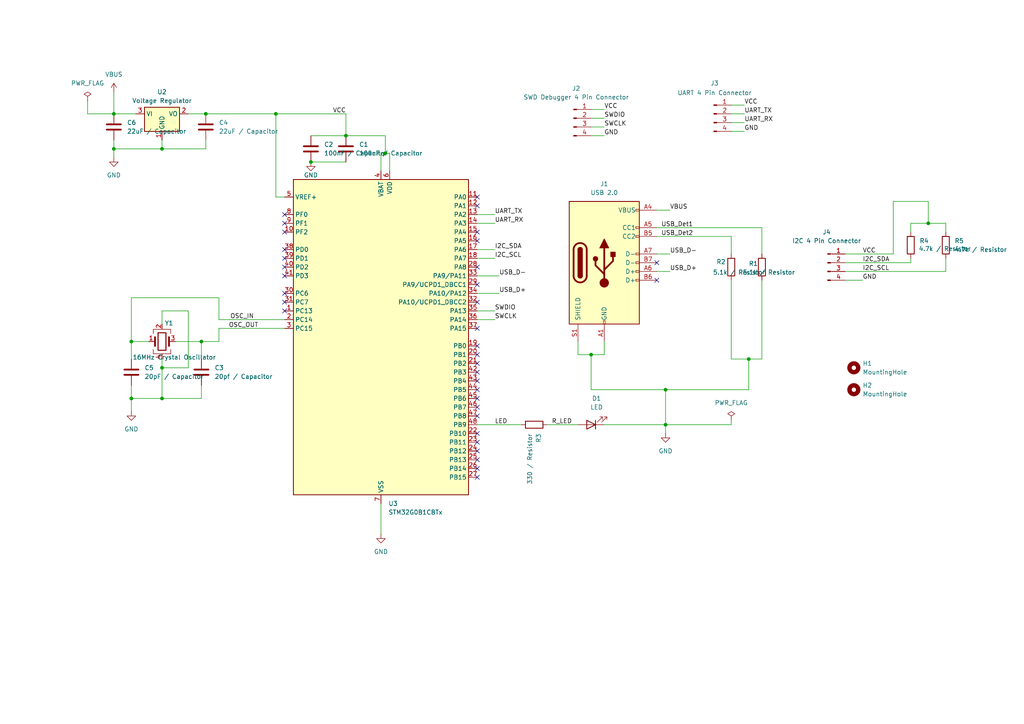
<source format=kicad_sch>
(kicad_sch
	(version 20250114)
	(generator "eeschema")
	(generator_version "9.0")
	(uuid "632df673-ca33-449c-8fbf-5bf058db2eea")
	(paper "A4")
	(title_block
		(title "STM 32 PCB Module")
		(date "2025-05-24")
		(rev "V1")
		(company "Gahan AI")
	)
	(lib_symbols
		(symbol "Connector:Conn_01x04_Pin"
			(pin_names
				(offset 1.016)
				(hide yes)
			)
			(exclude_from_sim no)
			(in_bom yes)
			(on_board yes)
			(property "Reference" "J"
				(at 0 5.08 0)
				(effects
					(font
						(size 1.27 1.27)
					)
				)
			)
			(property "Value" "Conn_01x04_Pin"
				(at 0 -7.62 0)
				(effects
					(font
						(size 1.27 1.27)
					)
				)
			)
			(property "Footprint" ""
				(at 0 0 0)
				(effects
					(font
						(size 1.27 1.27)
					)
					(hide yes)
				)
			)
			(property "Datasheet" "~"
				(at 0 0 0)
				(effects
					(font
						(size 1.27 1.27)
					)
					(hide yes)
				)
			)
			(property "Description" "Generic connector, single row, 01x04, script generated"
				(at 0 0 0)
				(effects
					(font
						(size 1.27 1.27)
					)
					(hide yes)
				)
			)
			(property "ki_locked" ""
				(at 0 0 0)
				(effects
					(font
						(size 1.27 1.27)
					)
				)
			)
			(property "ki_keywords" "connector"
				(at 0 0 0)
				(effects
					(font
						(size 1.27 1.27)
					)
					(hide yes)
				)
			)
			(property "ki_fp_filters" "Connector*:*_1x??_*"
				(at 0 0 0)
				(effects
					(font
						(size 1.27 1.27)
					)
					(hide yes)
				)
			)
			(symbol "Conn_01x04_Pin_1_1"
				(rectangle
					(start 0.8636 2.667)
					(end 0 2.413)
					(stroke
						(width 0.1524)
						(type default)
					)
					(fill
						(type outline)
					)
				)
				(rectangle
					(start 0.8636 0.127)
					(end 0 -0.127)
					(stroke
						(width 0.1524)
						(type default)
					)
					(fill
						(type outline)
					)
				)
				(rectangle
					(start 0.8636 -2.413)
					(end 0 -2.667)
					(stroke
						(width 0.1524)
						(type default)
					)
					(fill
						(type outline)
					)
				)
				(rectangle
					(start 0.8636 -4.953)
					(end 0 -5.207)
					(stroke
						(width 0.1524)
						(type default)
					)
					(fill
						(type outline)
					)
				)
				(polyline
					(pts
						(xy 1.27 2.54) (xy 0.8636 2.54)
					)
					(stroke
						(width 0.1524)
						(type default)
					)
					(fill
						(type none)
					)
				)
				(polyline
					(pts
						(xy 1.27 0) (xy 0.8636 0)
					)
					(stroke
						(width 0.1524)
						(type default)
					)
					(fill
						(type none)
					)
				)
				(polyline
					(pts
						(xy 1.27 -2.54) (xy 0.8636 -2.54)
					)
					(stroke
						(width 0.1524)
						(type default)
					)
					(fill
						(type none)
					)
				)
				(polyline
					(pts
						(xy 1.27 -5.08) (xy 0.8636 -5.08)
					)
					(stroke
						(width 0.1524)
						(type default)
					)
					(fill
						(type none)
					)
				)
				(pin passive line
					(at 5.08 2.54 180)
					(length 3.81)
					(name "Pin_1"
						(effects
							(font
								(size 1.27 1.27)
							)
						)
					)
					(number "1"
						(effects
							(font
								(size 1.27 1.27)
							)
						)
					)
				)
				(pin passive line
					(at 5.08 0 180)
					(length 3.81)
					(name "Pin_2"
						(effects
							(font
								(size 1.27 1.27)
							)
						)
					)
					(number "2"
						(effects
							(font
								(size 1.27 1.27)
							)
						)
					)
				)
				(pin passive line
					(at 5.08 -2.54 180)
					(length 3.81)
					(name "Pin_3"
						(effects
							(font
								(size 1.27 1.27)
							)
						)
					)
					(number "3"
						(effects
							(font
								(size 1.27 1.27)
							)
						)
					)
				)
				(pin passive line
					(at 5.08 -5.08 180)
					(length 3.81)
					(name "Pin_4"
						(effects
							(font
								(size 1.27 1.27)
							)
						)
					)
					(number "4"
						(effects
							(font
								(size 1.27 1.27)
							)
						)
					)
				)
			)
			(embedded_fonts no)
		)
		(symbol "Connector:USB_C_Receptacle_USB2.0_14P"
			(pin_names
				(offset 1.016)
			)
			(exclude_from_sim no)
			(in_bom yes)
			(on_board yes)
			(property "Reference" "J"
				(at 0 22.225 0)
				(effects
					(font
						(size 1.27 1.27)
					)
				)
			)
			(property "Value" "USB_C_Receptacle_USB2.0_14P"
				(at 0 19.685 0)
				(effects
					(font
						(size 1.27 1.27)
					)
				)
			)
			(property "Footprint" ""
				(at 3.81 0 0)
				(effects
					(font
						(size 1.27 1.27)
					)
					(hide yes)
				)
			)
			(property "Datasheet" "https://www.usb.org/sites/default/files/documents/usb_type-c.zip"
				(at 3.81 0 0)
				(effects
					(font
						(size 1.27 1.27)
					)
					(hide yes)
				)
			)
			(property "Description" "USB 2.0-only 14P Type-C Receptacle connector"
				(at 0 0 0)
				(effects
					(font
						(size 1.27 1.27)
					)
					(hide yes)
				)
			)
			(property "ki_keywords" "usb universal serial bus type-C USB2.0"
				(at 0 0 0)
				(effects
					(font
						(size 1.27 1.27)
					)
					(hide yes)
				)
			)
			(property "ki_fp_filters" "USB*C*Receptacle*"
				(at 0 0 0)
				(effects
					(font
						(size 1.27 1.27)
					)
					(hide yes)
				)
			)
			(symbol "USB_C_Receptacle_USB2.0_14P_0_0"
				(rectangle
					(start -0.254 -17.78)
					(end 0.254 -16.764)
					(stroke
						(width 0)
						(type default)
					)
					(fill
						(type none)
					)
				)
				(rectangle
					(start 10.16 15.494)
					(end 9.144 14.986)
					(stroke
						(width 0)
						(type default)
					)
					(fill
						(type none)
					)
				)
				(rectangle
					(start 10.16 10.414)
					(end 9.144 9.906)
					(stroke
						(width 0)
						(type default)
					)
					(fill
						(type none)
					)
				)
				(rectangle
					(start 10.16 7.874)
					(end 9.144 7.366)
					(stroke
						(width 0)
						(type default)
					)
					(fill
						(type none)
					)
				)
				(rectangle
					(start 10.16 2.794)
					(end 9.144 2.286)
					(stroke
						(width 0)
						(type default)
					)
					(fill
						(type none)
					)
				)
				(rectangle
					(start 10.16 0.254)
					(end 9.144 -0.254)
					(stroke
						(width 0)
						(type default)
					)
					(fill
						(type none)
					)
				)
				(rectangle
					(start 10.16 -2.286)
					(end 9.144 -2.794)
					(stroke
						(width 0)
						(type default)
					)
					(fill
						(type none)
					)
				)
				(rectangle
					(start 10.16 -4.826)
					(end 9.144 -5.334)
					(stroke
						(width 0)
						(type default)
					)
					(fill
						(type none)
					)
				)
			)
			(symbol "USB_C_Receptacle_USB2.0_14P_0_1"
				(rectangle
					(start -10.16 17.78)
					(end 10.16 -17.78)
					(stroke
						(width 0.254)
						(type default)
					)
					(fill
						(type background)
					)
				)
				(polyline
					(pts
						(xy -8.89 -3.81) (xy -8.89 3.81)
					)
					(stroke
						(width 0.508)
						(type default)
					)
					(fill
						(type none)
					)
				)
				(rectangle
					(start -7.62 -3.81)
					(end -6.35 3.81)
					(stroke
						(width 0.254)
						(type default)
					)
					(fill
						(type outline)
					)
				)
				(arc
					(start -7.62 3.81)
					(mid -6.985 4.4423)
					(end -6.35 3.81)
					(stroke
						(width 0.254)
						(type default)
					)
					(fill
						(type none)
					)
				)
				(arc
					(start -7.62 3.81)
					(mid -6.985 4.4423)
					(end -6.35 3.81)
					(stroke
						(width 0.254)
						(type default)
					)
					(fill
						(type outline)
					)
				)
				(arc
					(start -8.89 3.81)
					(mid -6.985 5.7067)
					(end -5.08 3.81)
					(stroke
						(width 0.508)
						(type default)
					)
					(fill
						(type none)
					)
				)
				(arc
					(start -5.08 -3.81)
					(mid -6.985 -5.7067)
					(end -8.89 -3.81)
					(stroke
						(width 0.508)
						(type default)
					)
					(fill
						(type none)
					)
				)
				(arc
					(start -6.35 -3.81)
					(mid -6.985 -4.4423)
					(end -7.62 -3.81)
					(stroke
						(width 0.254)
						(type default)
					)
					(fill
						(type none)
					)
				)
				(arc
					(start -6.35 -3.81)
					(mid -6.985 -4.4423)
					(end -7.62 -3.81)
					(stroke
						(width 0.254)
						(type default)
					)
					(fill
						(type outline)
					)
				)
				(polyline
					(pts
						(xy -5.08 3.81) (xy -5.08 -3.81)
					)
					(stroke
						(width 0.508)
						(type default)
					)
					(fill
						(type none)
					)
				)
				(circle
					(center -2.54 1.143)
					(radius 0.635)
					(stroke
						(width 0.254)
						(type default)
					)
					(fill
						(type outline)
					)
				)
				(polyline
					(pts
						(xy -1.27 4.318) (xy 0 6.858) (xy 1.27 4.318) (xy -1.27 4.318)
					)
					(stroke
						(width 0.254)
						(type default)
					)
					(fill
						(type outline)
					)
				)
				(polyline
					(pts
						(xy 0 -2.032) (xy 2.54 0.508) (xy 2.54 1.778)
					)
					(stroke
						(width 0.508)
						(type default)
					)
					(fill
						(type none)
					)
				)
				(polyline
					(pts
						(xy 0 -3.302) (xy -2.54 -0.762) (xy -2.54 0.508)
					)
					(stroke
						(width 0.508)
						(type default)
					)
					(fill
						(type none)
					)
				)
				(polyline
					(pts
						(xy 0 -5.842) (xy 0 4.318)
					)
					(stroke
						(width 0.508)
						(type default)
					)
					(fill
						(type none)
					)
				)
				(circle
					(center 0 -5.842)
					(radius 1.27)
					(stroke
						(width 0)
						(type default)
					)
					(fill
						(type outline)
					)
				)
				(rectangle
					(start 1.905 1.778)
					(end 3.175 3.048)
					(stroke
						(width 0.254)
						(type default)
					)
					(fill
						(type outline)
					)
				)
			)
			(symbol "USB_C_Receptacle_USB2.0_14P_1_1"
				(pin passive line
					(at -7.62 -22.86 90)
					(length 5.08)
					(name "SHIELD"
						(effects
							(font
								(size 1.27 1.27)
							)
						)
					)
					(number "S1"
						(effects
							(font
								(size 1.27 1.27)
							)
						)
					)
				)
				(pin passive line
					(at 0 -22.86 90)
					(length 5.08)
					(name "GND"
						(effects
							(font
								(size 1.27 1.27)
							)
						)
					)
					(number "A1"
						(effects
							(font
								(size 1.27 1.27)
							)
						)
					)
				)
				(pin passive line
					(at 0 -22.86 90)
					(length 5.08)
					(hide yes)
					(name "GND"
						(effects
							(font
								(size 1.27 1.27)
							)
						)
					)
					(number "A12"
						(effects
							(font
								(size 1.27 1.27)
							)
						)
					)
				)
				(pin passive line
					(at 0 -22.86 90)
					(length 5.08)
					(hide yes)
					(name "GND"
						(effects
							(font
								(size 1.27 1.27)
							)
						)
					)
					(number "B1"
						(effects
							(font
								(size 1.27 1.27)
							)
						)
					)
				)
				(pin passive line
					(at 0 -22.86 90)
					(length 5.08)
					(hide yes)
					(name "GND"
						(effects
							(font
								(size 1.27 1.27)
							)
						)
					)
					(number "B12"
						(effects
							(font
								(size 1.27 1.27)
							)
						)
					)
				)
				(pin passive line
					(at 15.24 15.24 180)
					(length 5.08)
					(name "VBUS"
						(effects
							(font
								(size 1.27 1.27)
							)
						)
					)
					(number "A4"
						(effects
							(font
								(size 1.27 1.27)
							)
						)
					)
				)
				(pin passive line
					(at 15.24 15.24 180)
					(length 5.08)
					(hide yes)
					(name "VBUS"
						(effects
							(font
								(size 1.27 1.27)
							)
						)
					)
					(number "A9"
						(effects
							(font
								(size 1.27 1.27)
							)
						)
					)
				)
				(pin passive line
					(at 15.24 15.24 180)
					(length 5.08)
					(hide yes)
					(name "VBUS"
						(effects
							(font
								(size 1.27 1.27)
							)
						)
					)
					(number "B4"
						(effects
							(font
								(size 1.27 1.27)
							)
						)
					)
				)
				(pin passive line
					(at 15.24 15.24 180)
					(length 5.08)
					(hide yes)
					(name "VBUS"
						(effects
							(font
								(size 1.27 1.27)
							)
						)
					)
					(number "B9"
						(effects
							(font
								(size 1.27 1.27)
							)
						)
					)
				)
				(pin bidirectional line
					(at 15.24 10.16 180)
					(length 5.08)
					(name "CC1"
						(effects
							(font
								(size 1.27 1.27)
							)
						)
					)
					(number "A5"
						(effects
							(font
								(size 1.27 1.27)
							)
						)
					)
				)
				(pin bidirectional line
					(at 15.24 7.62 180)
					(length 5.08)
					(name "CC2"
						(effects
							(font
								(size 1.27 1.27)
							)
						)
					)
					(number "B5"
						(effects
							(font
								(size 1.27 1.27)
							)
						)
					)
				)
				(pin bidirectional line
					(at 15.24 2.54 180)
					(length 5.08)
					(name "D-"
						(effects
							(font
								(size 1.27 1.27)
							)
						)
					)
					(number "A7"
						(effects
							(font
								(size 1.27 1.27)
							)
						)
					)
				)
				(pin bidirectional line
					(at 15.24 0 180)
					(length 5.08)
					(name "D-"
						(effects
							(font
								(size 1.27 1.27)
							)
						)
					)
					(number "B7"
						(effects
							(font
								(size 1.27 1.27)
							)
						)
					)
				)
				(pin bidirectional line
					(at 15.24 -2.54 180)
					(length 5.08)
					(name "D+"
						(effects
							(font
								(size 1.27 1.27)
							)
						)
					)
					(number "A6"
						(effects
							(font
								(size 1.27 1.27)
							)
						)
					)
				)
				(pin bidirectional line
					(at 15.24 -5.08 180)
					(length 5.08)
					(name "D+"
						(effects
							(font
								(size 1.27 1.27)
							)
						)
					)
					(number "B6"
						(effects
							(font
								(size 1.27 1.27)
							)
						)
					)
				)
			)
			(embedded_fonts no)
		)
		(symbol "Device:C"
			(pin_numbers
				(hide yes)
			)
			(pin_names
				(offset 0.254)
			)
			(exclude_from_sim no)
			(in_bom yes)
			(on_board yes)
			(property "Reference" "C"
				(at 0.635 2.54 0)
				(effects
					(font
						(size 1.27 1.27)
					)
					(justify left)
				)
			)
			(property "Value" "C"
				(at 0.635 -2.54 0)
				(effects
					(font
						(size 1.27 1.27)
					)
					(justify left)
				)
			)
			(property "Footprint" ""
				(at 0.9652 -3.81 0)
				(effects
					(font
						(size 1.27 1.27)
					)
					(hide yes)
				)
			)
			(property "Datasheet" "~"
				(at 0 0 0)
				(effects
					(font
						(size 1.27 1.27)
					)
					(hide yes)
				)
			)
			(property "Description" "Unpolarized capacitor"
				(at 0 0 0)
				(effects
					(font
						(size 1.27 1.27)
					)
					(hide yes)
				)
			)
			(property "ki_keywords" "cap capacitor"
				(at 0 0 0)
				(effects
					(font
						(size 1.27 1.27)
					)
					(hide yes)
				)
			)
			(property "ki_fp_filters" "C_*"
				(at 0 0 0)
				(effects
					(font
						(size 1.27 1.27)
					)
					(hide yes)
				)
			)
			(symbol "C_0_1"
				(polyline
					(pts
						(xy -2.032 0.762) (xy 2.032 0.762)
					)
					(stroke
						(width 0.508)
						(type default)
					)
					(fill
						(type none)
					)
				)
				(polyline
					(pts
						(xy -2.032 -0.762) (xy 2.032 -0.762)
					)
					(stroke
						(width 0.508)
						(type default)
					)
					(fill
						(type none)
					)
				)
			)
			(symbol "C_1_1"
				(pin passive line
					(at 0 3.81 270)
					(length 2.794)
					(name "~"
						(effects
							(font
								(size 1.27 1.27)
							)
						)
					)
					(number "1"
						(effects
							(font
								(size 1.27 1.27)
							)
						)
					)
				)
				(pin passive line
					(at 0 -3.81 90)
					(length 2.794)
					(name "~"
						(effects
							(font
								(size 1.27 1.27)
							)
						)
					)
					(number "2"
						(effects
							(font
								(size 1.27 1.27)
							)
						)
					)
				)
			)
			(embedded_fonts no)
		)
		(symbol "Device:Crystal_GND24"
			(pin_names
				(offset 1.016)
				(hide yes)
			)
			(exclude_from_sim no)
			(in_bom yes)
			(on_board yes)
			(property "Reference" "Y"
				(at 3.175 5.08 0)
				(effects
					(font
						(size 1.27 1.27)
					)
					(justify left)
				)
			)
			(property "Value" "Crystal_GND24"
				(at 3.175 3.175 0)
				(effects
					(font
						(size 1.27 1.27)
					)
					(justify left)
				)
			)
			(property "Footprint" ""
				(at 0 0 0)
				(effects
					(font
						(size 1.27 1.27)
					)
					(hide yes)
				)
			)
			(property "Datasheet" "~"
				(at 0 0 0)
				(effects
					(font
						(size 1.27 1.27)
					)
					(hide yes)
				)
			)
			(property "Description" "Four pin crystal, GND on pins 2 and 4"
				(at 0 0 0)
				(effects
					(font
						(size 1.27 1.27)
					)
					(hide yes)
				)
			)
			(property "ki_keywords" "quartz ceramic resonator oscillator"
				(at 0 0 0)
				(effects
					(font
						(size 1.27 1.27)
					)
					(hide yes)
				)
			)
			(property "ki_fp_filters" "Crystal*"
				(at 0 0 0)
				(effects
					(font
						(size 1.27 1.27)
					)
					(hide yes)
				)
			)
			(symbol "Crystal_GND24_0_1"
				(polyline
					(pts
						(xy -2.54 2.286) (xy -2.54 3.556) (xy 2.54 3.556) (xy 2.54 2.286)
					)
					(stroke
						(width 0)
						(type default)
					)
					(fill
						(type none)
					)
				)
				(polyline
					(pts
						(xy -2.54 0) (xy -2.032 0)
					)
					(stroke
						(width 0)
						(type default)
					)
					(fill
						(type none)
					)
				)
				(polyline
					(pts
						(xy -2.54 -2.286) (xy -2.54 -3.556) (xy 2.54 -3.556) (xy 2.54 -2.286)
					)
					(stroke
						(width 0)
						(type default)
					)
					(fill
						(type none)
					)
				)
				(polyline
					(pts
						(xy -2.032 -1.27) (xy -2.032 1.27)
					)
					(stroke
						(width 0.508)
						(type default)
					)
					(fill
						(type none)
					)
				)
				(rectangle
					(start -1.143 2.54)
					(end 1.143 -2.54)
					(stroke
						(width 0.3048)
						(type default)
					)
					(fill
						(type none)
					)
				)
				(polyline
					(pts
						(xy 0 3.556) (xy 0 3.81)
					)
					(stroke
						(width 0)
						(type default)
					)
					(fill
						(type none)
					)
				)
				(polyline
					(pts
						(xy 0 -3.81) (xy 0 -3.556)
					)
					(stroke
						(width 0)
						(type default)
					)
					(fill
						(type none)
					)
				)
				(polyline
					(pts
						(xy 2.032 0) (xy 2.54 0)
					)
					(stroke
						(width 0)
						(type default)
					)
					(fill
						(type none)
					)
				)
				(polyline
					(pts
						(xy 2.032 -1.27) (xy 2.032 1.27)
					)
					(stroke
						(width 0.508)
						(type default)
					)
					(fill
						(type none)
					)
				)
			)
			(symbol "Crystal_GND24_1_1"
				(pin passive line
					(at -3.81 0 0)
					(length 1.27)
					(name "1"
						(effects
							(font
								(size 1.27 1.27)
							)
						)
					)
					(number "1"
						(effects
							(font
								(size 1.27 1.27)
							)
						)
					)
				)
				(pin passive line
					(at 0 5.08 270)
					(length 1.27)
					(name "2"
						(effects
							(font
								(size 1.27 1.27)
							)
						)
					)
					(number "2"
						(effects
							(font
								(size 1.27 1.27)
							)
						)
					)
				)
				(pin passive line
					(at 0 -5.08 90)
					(length 1.27)
					(name "4"
						(effects
							(font
								(size 1.27 1.27)
							)
						)
					)
					(number "4"
						(effects
							(font
								(size 1.27 1.27)
							)
						)
					)
				)
				(pin passive line
					(at 3.81 0 180)
					(length 1.27)
					(name "3"
						(effects
							(font
								(size 1.27 1.27)
							)
						)
					)
					(number "3"
						(effects
							(font
								(size 1.27 1.27)
							)
						)
					)
				)
			)
			(embedded_fonts no)
		)
		(symbol "Device:LED"
			(pin_numbers
				(hide yes)
			)
			(pin_names
				(offset 1.016)
				(hide yes)
			)
			(exclude_from_sim no)
			(in_bom yes)
			(on_board yes)
			(property "Reference" "D"
				(at 0 2.54 0)
				(effects
					(font
						(size 1.27 1.27)
					)
				)
			)
			(property "Value" "LED"
				(at 0 -2.54 0)
				(effects
					(font
						(size 1.27 1.27)
					)
				)
			)
			(property "Footprint" ""
				(at 0 0 0)
				(effects
					(font
						(size 1.27 1.27)
					)
					(hide yes)
				)
			)
			(property "Datasheet" "~"
				(at 0 0 0)
				(effects
					(font
						(size 1.27 1.27)
					)
					(hide yes)
				)
			)
			(property "Description" "Light emitting diode"
				(at 0 0 0)
				(effects
					(font
						(size 1.27 1.27)
					)
					(hide yes)
				)
			)
			(property "Sim.Pins" "1=K 2=A"
				(at 0 0 0)
				(effects
					(font
						(size 1.27 1.27)
					)
					(hide yes)
				)
			)
			(property "ki_keywords" "LED diode"
				(at 0 0 0)
				(effects
					(font
						(size 1.27 1.27)
					)
					(hide yes)
				)
			)
			(property "ki_fp_filters" "LED* LED_SMD:* LED_THT:*"
				(at 0 0 0)
				(effects
					(font
						(size 1.27 1.27)
					)
					(hide yes)
				)
			)
			(symbol "LED_0_1"
				(polyline
					(pts
						(xy -3.048 -0.762) (xy -4.572 -2.286) (xy -3.81 -2.286) (xy -4.572 -2.286) (xy -4.572 -1.524)
					)
					(stroke
						(width 0)
						(type default)
					)
					(fill
						(type none)
					)
				)
				(polyline
					(pts
						(xy -1.778 -0.762) (xy -3.302 -2.286) (xy -2.54 -2.286) (xy -3.302 -2.286) (xy -3.302 -1.524)
					)
					(stroke
						(width 0)
						(type default)
					)
					(fill
						(type none)
					)
				)
				(polyline
					(pts
						(xy -1.27 0) (xy 1.27 0)
					)
					(stroke
						(width 0)
						(type default)
					)
					(fill
						(type none)
					)
				)
				(polyline
					(pts
						(xy -1.27 -1.27) (xy -1.27 1.27)
					)
					(stroke
						(width 0.254)
						(type default)
					)
					(fill
						(type none)
					)
				)
				(polyline
					(pts
						(xy 1.27 -1.27) (xy 1.27 1.27) (xy -1.27 0) (xy 1.27 -1.27)
					)
					(stroke
						(width 0.254)
						(type default)
					)
					(fill
						(type none)
					)
				)
			)
			(symbol "LED_1_1"
				(pin passive line
					(at -3.81 0 0)
					(length 2.54)
					(name "K"
						(effects
							(font
								(size 1.27 1.27)
							)
						)
					)
					(number "1"
						(effects
							(font
								(size 1.27 1.27)
							)
						)
					)
				)
				(pin passive line
					(at 3.81 0 180)
					(length 2.54)
					(name "A"
						(effects
							(font
								(size 1.27 1.27)
							)
						)
					)
					(number "2"
						(effects
							(font
								(size 1.27 1.27)
							)
						)
					)
				)
			)
			(embedded_fonts no)
		)
		(symbol "Device:R"
			(pin_numbers
				(hide yes)
			)
			(pin_names
				(offset 0)
			)
			(exclude_from_sim no)
			(in_bom yes)
			(on_board yes)
			(property "Reference" "R"
				(at 2.032 0 90)
				(effects
					(font
						(size 1.27 1.27)
					)
				)
			)
			(property "Value" "R"
				(at 0 0 90)
				(effects
					(font
						(size 1.27 1.27)
					)
				)
			)
			(property "Footprint" ""
				(at -1.778 0 90)
				(effects
					(font
						(size 1.27 1.27)
					)
					(hide yes)
				)
			)
			(property "Datasheet" "~"
				(at 0 0 0)
				(effects
					(font
						(size 1.27 1.27)
					)
					(hide yes)
				)
			)
			(property "Description" "Resistor"
				(at 0 0 0)
				(effects
					(font
						(size 1.27 1.27)
					)
					(hide yes)
				)
			)
			(property "ki_keywords" "R res resistor"
				(at 0 0 0)
				(effects
					(font
						(size 1.27 1.27)
					)
					(hide yes)
				)
			)
			(property "ki_fp_filters" "R_*"
				(at 0 0 0)
				(effects
					(font
						(size 1.27 1.27)
					)
					(hide yes)
				)
			)
			(symbol "R_0_1"
				(rectangle
					(start -1.016 -2.54)
					(end 1.016 2.54)
					(stroke
						(width 0.254)
						(type default)
					)
					(fill
						(type none)
					)
				)
			)
			(symbol "R_1_1"
				(pin passive line
					(at 0 3.81 270)
					(length 1.27)
					(name "~"
						(effects
							(font
								(size 1.27 1.27)
							)
						)
					)
					(number "1"
						(effects
							(font
								(size 1.27 1.27)
							)
						)
					)
				)
				(pin passive line
					(at 0 -3.81 90)
					(length 1.27)
					(name "~"
						(effects
							(font
								(size 1.27 1.27)
							)
						)
					)
					(number "2"
						(effects
							(font
								(size 1.27 1.27)
							)
						)
					)
				)
			)
			(embedded_fonts no)
		)
		(symbol "MCU_ST_STM32G0:STM32G0B1CBTx"
			(exclude_from_sim no)
			(in_bom yes)
			(on_board yes)
			(property "Reference" "U"
				(at -25.4 46.99 0)
				(effects
					(font
						(size 1.27 1.27)
					)
					(justify left)
				)
			)
			(property "Value" "STM32G0B1CBTx"
				(at 5.08 46.99 0)
				(effects
					(font
						(size 1.27 1.27)
					)
					(justify left)
				)
			)
			(property "Footprint" "Package_QFP:LQFP-48_7x7mm_P0.5mm"
				(at -25.4 -45.72 0)
				(effects
					(font
						(size 1.27 1.27)
					)
					(justify right)
					(hide yes)
				)
			)
			(property "Datasheet" "https://www.st.com/resource/en/datasheet/stm32g0b1cb.pdf"
				(at 0 0 0)
				(effects
					(font
						(size 1.27 1.27)
					)
					(hide yes)
				)
			)
			(property "Description" "STMicroelectronics Arm Cortex-M0+ MCU, 128KB flash, 144KB RAM, 64 MHz, 1.7-3.6V, 44 GPIO, LQFP48"
				(at 0 0 0)
				(effects
					(font
						(size 1.27 1.27)
					)
					(hide yes)
				)
			)
			(property "ki_keywords" "Arm Cortex-M0+ STM32G0 STM32G0x1"
				(at 0 0 0)
				(effects
					(font
						(size 1.27 1.27)
					)
					(hide yes)
				)
			)
			(property "ki_fp_filters" "LQFP*7x7mm*P0.5mm*"
				(at 0 0 0)
				(effects
					(font
						(size 1.27 1.27)
					)
					(hide yes)
				)
			)
			(symbol "STM32G0B1CBTx_0_1"
				(rectangle
					(start -25.4 -45.72)
					(end 25.4 45.72)
					(stroke
						(width 0.254)
						(type default)
					)
					(fill
						(type background)
					)
				)
			)
			(symbol "STM32G0B1CBTx_1_1"
				(pin input line
					(at -27.94 40.64 0)
					(length 2.54)
					(name "VREF+"
						(effects
							(font
								(size 1.27 1.27)
							)
						)
					)
					(number "5"
						(effects
							(font
								(size 1.27 1.27)
							)
						)
					)
					(alternate "VREFBUF_OUT" bidirectional line)
				)
				(pin bidirectional line
					(at -27.94 35.56 0)
					(length 2.54)
					(name "PF0"
						(effects
							(font
								(size 1.27 1.27)
							)
						)
					)
					(number "8"
						(effects
							(font
								(size 1.27 1.27)
							)
						)
					)
					(alternate "CRS1_SYNC" bidirectional line)
					(alternate "RCC_OSC_IN" bidirectional line)
					(alternate "TIM14_CH1" bidirectional line)
				)
				(pin bidirectional line
					(at -27.94 33.02 0)
					(length 2.54)
					(name "PF1"
						(effects
							(font
								(size 1.27 1.27)
							)
						)
					)
					(number "9"
						(effects
							(font
								(size 1.27 1.27)
							)
						)
					)
					(alternate "RCC_OSC_EN" bidirectional line)
					(alternate "RCC_OSC_OUT" bidirectional line)
					(alternate "TIM15_CH1N" bidirectional line)
				)
				(pin bidirectional line
					(at -27.94 30.48 0)
					(length 2.54)
					(name "PF2"
						(effects
							(font
								(size 1.27 1.27)
							)
						)
					)
					(number "10"
						(effects
							(font
								(size 1.27 1.27)
							)
						)
					)
					(alternate "LPUART2_DE" bidirectional line)
					(alternate "LPUART2_RTS" bidirectional line)
					(alternate "LPUART2_TX" bidirectional line)
					(alternate "RCC_MCO" bidirectional line)
				)
				(pin bidirectional line
					(at -27.94 25.4 0)
					(length 2.54)
					(name "PD0"
						(effects
							(font
								(size 1.27 1.27)
							)
						)
					)
					(number "38"
						(effects
							(font
								(size 1.27 1.27)
							)
						)
					)
					(alternate "FDCAN1_RX" bidirectional line)
					(alternate "I2S2_WS" bidirectional line)
					(alternate "SPI2_NSS" bidirectional line)
					(alternate "TIM16_CH1" bidirectional line)
					(alternate "UCPD2_CC1" bidirectional line)
				)
				(pin bidirectional line
					(at -27.94 22.86 0)
					(length 2.54)
					(name "PD1"
						(effects
							(font
								(size 1.27 1.27)
							)
						)
					)
					(number "39"
						(effects
							(font
								(size 1.27 1.27)
							)
						)
					)
					(alternate "FDCAN1_TX" bidirectional line)
					(alternate "I2S2_CK" bidirectional line)
					(alternate "SPI2_SCK" bidirectional line)
					(alternate "TIM17_CH1" bidirectional line)
					(alternate "UCPD2_DBCC1" bidirectional line)
				)
				(pin bidirectional line
					(at -27.94 20.32 0)
					(length 2.54)
					(name "PD2"
						(effects
							(font
								(size 1.27 1.27)
							)
						)
					)
					(number "40"
						(effects
							(font
								(size 1.27 1.27)
							)
						)
					)
					(alternate "TIM1_CH1N" bidirectional line)
					(alternate "TIM3_ETR" bidirectional line)
					(alternate "UCPD2_CC2" bidirectional line)
					(alternate "USART3_CK" bidirectional line)
					(alternate "USART3_DE" bidirectional line)
					(alternate "USART3_RTS" bidirectional line)
					(alternate "USART5_RX" bidirectional line)
				)
				(pin bidirectional line
					(at -27.94 17.78 0)
					(length 2.54)
					(name "PD3"
						(effects
							(font
								(size 1.27 1.27)
							)
						)
					)
					(number "41"
						(effects
							(font
								(size 1.27 1.27)
							)
						)
					)
					(alternate "I2S2_MCK" bidirectional line)
					(alternate "SPI2_MISO" bidirectional line)
					(alternate "TIM1_CH2N" bidirectional line)
					(alternate "UCPD2_DBCC2" bidirectional line)
					(alternate "USART2_CTS" bidirectional line)
					(alternate "USART2_NSS" bidirectional line)
					(alternate "USART5_TX" bidirectional line)
				)
				(pin bidirectional line
					(at -27.94 12.7 0)
					(length 2.54)
					(name "PC6"
						(effects
							(font
								(size 1.27 1.27)
							)
						)
					)
					(number "30"
						(effects
							(font
								(size 1.27 1.27)
							)
						)
					)
					(alternate "LPUART2_TX" bidirectional line)
					(alternate "TIM2_CH3" bidirectional line)
					(alternate "TIM3_CH1" bidirectional line)
					(alternate "UCPD1_FRSTX1" bidirectional line)
					(alternate "UCPD1_FRSTX2" bidirectional line)
				)
				(pin bidirectional line
					(at -27.94 10.16 0)
					(length 2.54)
					(name "PC7"
						(effects
							(font
								(size 1.27 1.27)
							)
						)
					)
					(number "31"
						(effects
							(font
								(size 1.27 1.27)
							)
						)
					)
					(alternate "LPUART2_RX" bidirectional line)
					(alternate "TIM2_CH4" bidirectional line)
					(alternate "TIM3_CH2" bidirectional line)
					(alternate "UCPD2_FRSTX1" bidirectional line)
					(alternate "UCPD2_FRSTX2" bidirectional line)
				)
				(pin bidirectional line
					(at -27.94 7.62 0)
					(length 2.54)
					(name "PC13"
						(effects
							(font
								(size 1.27 1.27)
							)
						)
					)
					(number "1"
						(effects
							(font
								(size 1.27 1.27)
							)
						)
					)
					(alternate "RTC_OUT1" bidirectional line)
					(alternate "RTC_TAMP_IN1" bidirectional line)
					(alternate "RTC_TS" bidirectional line)
					(alternate "SYS_WKUP2" bidirectional line)
					(alternate "TIM1_BK" bidirectional line)
				)
				(pin bidirectional line
					(at -27.94 5.08 0)
					(length 2.54)
					(name "PC14"
						(effects
							(font
								(size 1.27 1.27)
							)
						)
					)
					(number "2"
						(effects
							(font
								(size 1.27 1.27)
							)
						)
					)
					(alternate "RCC_OSC32_IN" bidirectional line)
					(alternate "TIM1_BK2" bidirectional line)
				)
				(pin bidirectional line
					(at -27.94 2.54 0)
					(length 2.54)
					(name "PC15"
						(effects
							(font
								(size 1.27 1.27)
							)
						)
					)
					(number "3"
						(effects
							(font
								(size 1.27 1.27)
							)
						)
					)
					(alternate "RCC_OSC32_EN" bidirectional line)
					(alternate "RCC_OSC32_OUT" bidirectional line)
					(alternate "RCC_OSC_EN" bidirectional line)
					(alternate "TIM15_BK" bidirectional line)
				)
				(pin power_in line
					(at 0 48.26 270)
					(length 2.54)
					(name "VBAT"
						(effects
							(font
								(size 1.27 1.27)
							)
						)
					)
					(number "4"
						(effects
							(font
								(size 1.27 1.27)
							)
						)
					)
				)
				(pin power_in line
					(at 0 -48.26 90)
					(length 2.54)
					(name "VSS"
						(effects
							(font
								(size 1.27 1.27)
							)
						)
					)
					(number "7"
						(effects
							(font
								(size 1.27 1.27)
							)
						)
					)
				)
				(pin power_in line
					(at 2.54 48.26 270)
					(length 2.54)
					(name "VDD"
						(effects
							(font
								(size 1.27 1.27)
							)
						)
					)
					(number "6"
						(effects
							(font
								(size 1.27 1.27)
							)
						)
					)
				)
				(pin bidirectional line
					(at 27.94 40.64 180)
					(length 2.54)
					(name "PA0"
						(effects
							(font
								(size 1.27 1.27)
							)
						)
					)
					(number "11"
						(effects
							(font
								(size 1.27 1.27)
							)
						)
					)
					(alternate "ADC1_IN0" bidirectional line)
					(alternate "COMP1_INM" bidirectional line)
					(alternate "COMP1_OUT" bidirectional line)
					(alternate "I2S2_CK" bidirectional line)
					(alternate "LPTIM1_OUT" bidirectional line)
					(alternate "RTC_TAMP_IN2" bidirectional line)
					(alternate "SPI2_SCK" bidirectional line)
					(alternate "SYS_WKUP1" bidirectional line)
					(alternate "TIM2_CH1" bidirectional line)
					(alternate "TIM2_ETR" bidirectional line)
					(alternate "UCPD2_FRSTX1" bidirectional line)
					(alternate "UCPD2_FRSTX2" bidirectional line)
					(alternate "USART2_CTS" bidirectional line)
					(alternate "USART2_NSS" bidirectional line)
					(alternate "USART4_TX" bidirectional line)
				)
				(pin bidirectional line
					(at 27.94 38.1 180)
					(length 2.54)
					(name "PA1"
						(effects
							(font
								(size 1.27 1.27)
							)
						)
					)
					(number "12"
						(effects
							(font
								(size 1.27 1.27)
							)
						)
					)
					(alternate "ADC1_IN1" bidirectional line)
					(alternate "COMP1_INP" bidirectional line)
					(alternate "I2C1_SMBA" bidirectional line)
					(alternate "I2S1_CK" bidirectional line)
					(alternate "SPI1_SCK" bidirectional line)
					(alternate "TIM15_CH1N" bidirectional line)
					(alternate "TIM2_CH2" bidirectional line)
					(alternate "USART2_CK" bidirectional line)
					(alternate "USART2_DE" bidirectional line)
					(alternate "USART2_RTS" bidirectional line)
					(alternate "USART4_RX" bidirectional line)
				)
				(pin bidirectional line
					(at 27.94 35.56 180)
					(length 2.54)
					(name "PA2"
						(effects
							(font
								(size 1.27 1.27)
							)
						)
					)
					(number "13"
						(effects
							(font
								(size 1.27 1.27)
							)
						)
					)
					(alternate "ADC1_IN2" bidirectional line)
					(alternate "COMP2_INM" bidirectional line)
					(alternate "COMP2_OUT" bidirectional line)
					(alternate "I2S1_SD" bidirectional line)
					(alternate "LPUART1_TX" bidirectional line)
					(alternate "RCC_LSCO" bidirectional line)
					(alternate "SPI1_MOSI" bidirectional line)
					(alternate "SYS_WKUP4" bidirectional line)
					(alternate "TIM15_CH1" bidirectional line)
					(alternate "TIM2_CH3" bidirectional line)
					(alternate "UCPD1_FRSTX1" bidirectional line)
					(alternate "UCPD1_FRSTX2" bidirectional line)
					(alternate "USART2_TX" bidirectional line)
				)
				(pin bidirectional line
					(at 27.94 33.02 180)
					(length 2.54)
					(name "PA3"
						(effects
							(font
								(size 1.27 1.27)
							)
						)
					)
					(number "14"
						(effects
							(font
								(size 1.27 1.27)
							)
						)
					)
					(alternate "ADC1_IN3" bidirectional line)
					(alternate "COMP2_INP" bidirectional line)
					(alternate "I2S2_MCK" bidirectional line)
					(alternate "LPUART1_RX" bidirectional line)
					(alternate "SPI2_MISO" bidirectional line)
					(alternate "TIM15_CH2" bidirectional line)
					(alternate "TIM2_CH4" bidirectional line)
					(alternate "UCPD2_FRSTX1" bidirectional line)
					(alternate "UCPD2_FRSTX2" bidirectional line)
					(alternate "USART2_RX" bidirectional line)
				)
				(pin bidirectional line
					(at 27.94 30.48 180)
					(length 2.54)
					(name "PA4"
						(effects
							(font
								(size 1.27 1.27)
							)
						)
					)
					(number "15"
						(effects
							(font
								(size 1.27 1.27)
							)
						)
					)
					(alternate "ADC1_IN4" bidirectional line)
					(alternate "DAC1_OUT1" bidirectional line)
					(alternate "I2S1_WS" bidirectional line)
					(alternate "I2S2_SD" bidirectional line)
					(alternate "LPTIM2_OUT" bidirectional line)
					(alternate "RTC_OUT2" bidirectional line)
					(alternate "SPI1_NSS" bidirectional line)
					(alternate "SPI2_MOSI" bidirectional line)
					(alternate "SPI3_NSS" bidirectional line)
					(alternate "TIM14_CH1" bidirectional line)
					(alternate "UCPD2_FRSTX1" bidirectional line)
					(alternate "UCPD2_FRSTX2" bidirectional line)
					(alternate "USART6_TX" bidirectional line)
					(alternate "USB_NOE" bidirectional line)
				)
				(pin bidirectional line
					(at 27.94 27.94 180)
					(length 2.54)
					(name "PA5"
						(effects
							(font
								(size 1.27 1.27)
							)
						)
					)
					(number "16"
						(effects
							(font
								(size 1.27 1.27)
							)
						)
					)
					(alternate "ADC1_IN5" bidirectional line)
					(alternate "CEC" bidirectional line)
					(alternate "DAC1_OUT2" bidirectional line)
					(alternate "I2S1_CK" bidirectional line)
					(alternate "LPTIM2_ETR" bidirectional line)
					(alternate "SPI1_SCK" bidirectional line)
					(alternate "TIM2_CH1" bidirectional line)
					(alternate "TIM2_ETR" bidirectional line)
					(alternate "UCPD1_FRSTX1" bidirectional line)
					(alternate "UCPD1_FRSTX2" bidirectional line)
					(alternate "USART3_TX" bidirectional line)
					(alternate "USART6_RX" bidirectional line)
				)
				(pin bidirectional line
					(at 27.94 25.4 180)
					(length 2.54)
					(name "PA6"
						(effects
							(font
								(size 1.27 1.27)
							)
						)
					)
					(number "17"
						(effects
							(font
								(size 1.27 1.27)
							)
						)
					)
					(alternate "ADC1_IN6" bidirectional line)
					(alternate "COMP1_OUT" bidirectional line)
					(alternate "I2C2_SDA" bidirectional line)
					(alternate "I2C3_SDA" bidirectional line)
					(alternate "I2S1_MCK" bidirectional line)
					(alternate "LPUART1_CTS" bidirectional line)
					(alternate "SPI1_MISO" bidirectional line)
					(alternate "TIM16_CH1" bidirectional line)
					(alternate "TIM1_BK" bidirectional line)
					(alternate "TIM3_CH1" bidirectional line)
					(alternate "USART3_CTS" bidirectional line)
					(alternate "USART3_NSS" bidirectional line)
					(alternate "USART6_CTS" bidirectional line)
					(alternate "USART6_NSS" bidirectional line)
				)
				(pin bidirectional line
					(at 27.94 22.86 180)
					(length 2.54)
					(name "PA7"
						(effects
							(font
								(size 1.27 1.27)
							)
						)
					)
					(number "18"
						(effects
							(font
								(size 1.27 1.27)
							)
						)
					)
					(alternate "ADC1_IN7" bidirectional line)
					(alternate "COMP2_OUT" bidirectional line)
					(alternate "I2C2_SCL" bidirectional line)
					(alternate "I2C3_SCL" bidirectional line)
					(alternate "I2S1_SD" bidirectional line)
					(alternate "SPI1_MOSI" bidirectional line)
					(alternate "TIM14_CH1" bidirectional line)
					(alternate "TIM17_CH1" bidirectional line)
					(alternate "TIM1_CH1N" bidirectional line)
					(alternate "TIM3_CH2" bidirectional line)
					(alternate "UCPD1_FRSTX1" bidirectional line)
					(alternate "UCPD1_FRSTX2" bidirectional line)
					(alternate "USART6_CK" bidirectional line)
					(alternate "USART6_DE" bidirectional line)
					(alternate "USART6_RTS" bidirectional line)
				)
				(pin bidirectional line
					(at 27.94 20.32 180)
					(length 2.54)
					(name "PA8"
						(effects
							(font
								(size 1.27 1.27)
							)
						)
					)
					(number "28"
						(effects
							(font
								(size 1.27 1.27)
							)
						)
					)
					(alternate "CRS1_SYNC" bidirectional line)
					(alternate "I2C2_SMBA" bidirectional line)
					(alternate "I2S2_WS" bidirectional line)
					(alternate "LPTIM2_OUT" bidirectional line)
					(alternate "RCC_MCO" bidirectional line)
					(alternate "SPI2_NSS" bidirectional line)
					(alternate "TIM1_CH1" bidirectional line)
					(alternate "UCPD1_CC1" bidirectional line)
				)
				(pin bidirectional line
					(at 27.94 17.78 180)
					(length 2.54)
					(name "PA9/PA11"
						(effects
							(font
								(size 1.27 1.27)
							)
						)
					)
					(number "33"
						(effects
							(font
								(size 1.27 1.27)
							)
						)
					)
					(alternate "ADC1_EXTI11 (PA11)" bidirectional line)
					(alternate "COMP1_OUT (PA11)" bidirectional line)
					(alternate "DAC1_EXTI9 (PA9)" bidirectional line)
					(alternate "FDCAN1_RX (PA11)" bidirectional line)
					(alternate "I2C1_SCL (PA9)" bidirectional line)
					(alternate "I2C2_SCL (PA11)" bidirectional line)
					(alternate "I2C2_SCL (PA9)" bidirectional line)
					(alternate "I2S1_MCK (PA11)" bidirectional line)
					(alternate "I2S2_MCK (PA9)" bidirectional line)
					(alternate "PA11" bidirectional line)
					(alternate "PA9" bidirectional line)
					(alternate "RCC_MCO (PA9)" bidirectional line)
					(alternate "SPI1_MISO (PA11)" bidirectional line)
					(alternate "SPI2_MISO (PA9)" bidirectional line)
					(alternate "TIM15_BK (PA9)" bidirectional line)
					(alternate "TIM1_BK2 (PA11)" bidirectional line)
					(alternate "TIM1_CH2 (PA9)" bidirectional line)
					(alternate "TIM1_CH4 (PA11)" bidirectional line)
					(alternate "UCPD1_DBCC1 (PA9)" bidirectional line)
					(alternate "USART1_CTS (PA11)" bidirectional line)
					(alternate "USART1_NSS (PA11)" bidirectional line)
					(alternate "USART1_TX (PA9)" bidirectional line)
					(alternate "USB_DM (PA11)" bidirectional line)
				)
				(pin bidirectional line
					(at 27.94 15.24 180)
					(length 2.54)
					(name "PA9/UCPD1_DBCC1"
						(effects
							(font
								(size 1.27 1.27)
							)
						)
					)
					(number "29"
						(effects
							(font
								(size 1.27 1.27)
							)
						)
					)
					(alternate "DAC1_EXTI9 (PA9)" bidirectional line)
					(alternate "I2C1_SCL (PA9)" bidirectional line)
					(alternate "I2C2_SCL (PA9)" bidirectional line)
					(alternate "I2S2_MCK (PA9)" bidirectional line)
					(alternate "PA9" bidirectional line)
					(alternate "RCC_MCO (PA9)" bidirectional line)
					(alternate "SPI2_MISO (PA9)" bidirectional line)
					(alternate "TIM15_BK (PA9)" bidirectional line)
					(alternate "TIM1_CH2 (PA9)" bidirectional line)
					(alternate "UCPD1_DBCC1" bidirectional line)
					(alternate "UCPD1_DBCC1 (PA9)" bidirectional line)
					(alternate "UCPD1_DBCC1 (UCPD1_DBCC1)" bidirectional line)
					(alternate "USART1_TX (PA9)" bidirectional line)
				)
				(pin bidirectional line
					(at 27.94 12.7 180)
					(length 2.54)
					(name "PA10/PA12"
						(effects
							(font
								(size 1.27 1.27)
							)
						)
					)
					(number "34"
						(effects
							(font
								(size 1.27 1.27)
							)
						)
					)
					(alternate "COMP2_OUT (PA12)" bidirectional line)
					(alternate "FDCAN1_TX (PA12)" bidirectional line)
					(alternate "I2C1_SDA (PA10)" bidirectional line)
					(alternate "I2C2_SDA (PA10)" bidirectional line)
					(alternate "I2C2_SDA (PA12)" bidirectional line)
					(alternate "I2S1_SD (PA12)" bidirectional line)
					(alternate "I2S2_SD (PA10)" bidirectional line)
					(alternate "I2S_CKIN (PA12)" bidirectional line)
					(alternate "PA10" bidirectional line)
					(alternate "PA12" bidirectional line)
					(alternate "RCC_MCO_2 (PA10)" bidirectional line)
					(alternate "SPI1_MOSI (PA12)" bidirectional line)
					(alternate "SPI2_MOSI (PA10)" bidirectional line)
					(alternate "TIM17_BK (PA10)" bidirectional line)
					(alternate "TIM1_CH3 (PA10)" bidirectional line)
					(alternate "TIM1_ETR (PA12)" bidirectional line)
					(alternate "UCPD1_DBCC2 (PA10)" bidirectional line)
					(alternate "USART1_CK (PA12)" bidirectional line)
					(alternate "USART1_DE (PA12)" bidirectional line)
					(alternate "USART1_RTS (PA12)" bidirectional line)
					(alternate "USART1_RX (PA10)" bidirectional line)
					(alternate "USB_DP (PA12)" bidirectional line)
				)
				(pin bidirectional line
					(at 27.94 10.16 180)
					(length 2.54)
					(name "PA10/UCPD1_DBCC2"
						(effects
							(font
								(size 1.27 1.27)
							)
						)
					)
					(number "32"
						(effects
							(font
								(size 1.27 1.27)
							)
						)
					)
					(alternate "I2C1_SDA (PA10)" bidirectional line)
					(alternate "I2C2_SDA (PA10)" bidirectional line)
					(alternate "I2S2_SD (PA10)" bidirectional line)
					(alternate "PA10" bidirectional line)
					(alternate "RCC_MCO_2 (PA10)" bidirectional line)
					(alternate "SPI2_MOSI (PA10)" bidirectional line)
					(alternate "TIM17_BK (PA10)" bidirectional line)
					(alternate "TIM1_CH3 (PA10)" bidirectional line)
					(alternate "UCPD1_DBCC2" bidirectional line)
					(alternate "UCPD1_DBCC2 (PA10)" bidirectional line)
					(alternate "UCPD1_DBCC2 (UCPD1_DBCC2)" bidirectional line)
					(alternate "USART1_RX (PA10)" bidirectional line)
				)
				(pin bidirectional line
					(at 27.94 7.62 180)
					(length 2.54)
					(name "PA13"
						(effects
							(font
								(size 1.27 1.27)
							)
						)
					)
					(number "35"
						(effects
							(font
								(size 1.27 1.27)
							)
						)
					)
					(alternate "IR_OUT" bidirectional line)
					(alternate "LPUART2_RX" bidirectional line)
					(alternate "SYS_SWDIO" bidirectional line)
					(alternate "USB_NOE" bidirectional line)
				)
				(pin bidirectional line
					(at 27.94 5.08 180)
					(length 2.54)
					(name "PA14"
						(effects
							(font
								(size 1.27 1.27)
							)
						)
					)
					(number "36"
						(effects
							(font
								(size 1.27 1.27)
							)
						)
					)
					(alternate "LPUART2_TX" bidirectional line)
					(alternate "SYS_SWCLK" bidirectional line)
					(alternate "USART2_TX" bidirectional line)
				)
				(pin bidirectional line
					(at 27.94 2.54 180)
					(length 2.54)
					(name "PA15"
						(effects
							(font
								(size 1.27 1.27)
							)
						)
					)
					(number "37"
						(effects
							(font
								(size 1.27 1.27)
							)
						)
					)
					(alternate "I2C2_SMBA" bidirectional line)
					(alternate "I2S1_WS" bidirectional line)
					(alternate "RCC_MCO_2" bidirectional line)
					(alternate "SPI1_NSS" bidirectional line)
					(alternate "SPI3_NSS" bidirectional line)
					(alternate "TIM2_CH1" bidirectional line)
					(alternate "TIM2_ETR" bidirectional line)
					(alternate "USART2_RX" bidirectional line)
					(alternate "USART3_CK" bidirectional line)
					(alternate "USART3_DE" bidirectional line)
					(alternate "USART3_RTS" bidirectional line)
					(alternate "USART4_CK" bidirectional line)
					(alternate "USART4_DE" bidirectional line)
					(alternate "USART4_RTS" bidirectional line)
					(alternate "USB_NOE" bidirectional line)
				)
				(pin bidirectional line
					(at 27.94 -2.54 180)
					(length 2.54)
					(name "PB0"
						(effects
							(font
								(size 1.27 1.27)
							)
						)
					)
					(number "19"
						(effects
							(font
								(size 1.27 1.27)
							)
						)
					)
					(alternate "ADC1_IN8" bidirectional line)
					(alternate "COMP1_OUT" bidirectional line)
					(alternate "COMP3_INP" bidirectional line)
					(alternate "FDCAN2_RX" bidirectional line)
					(alternate "I2S1_WS" bidirectional line)
					(alternate "LPTIM1_OUT" bidirectional line)
					(alternate "LPUART2_CTS" bidirectional line)
					(alternate "SPI1_NSS" bidirectional line)
					(alternate "TIM1_CH2N" bidirectional line)
					(alternate "TIM3_CH3" bidirectional line)
					(alternate "UCPD1_FRSTX1" bidirectional line)
					(alternate "UCPD1_FRSTX2" bidirectional line)
					(alternate "USART3_RX" bidirectional line)
					(alternate "USART5_TX" bidirectional line)
				)
				(pin bidirectional line
					(at 27.94 -5.08 180)
					(length 2.54)
					(name "PB1"
						(effects
							(font
								(size 1.27 1.27)
							)
						)
					)
					(number "20"
						(effects
							(font
								(size 1.27 1.27)
							)
						)
					)
					(alternate "ADC1_IN9" bidirectional line)
					(alternate "COMP1_INM" bidirectional line)
					(alternate "COMP3_OUT" bidirectional line)
					(alternate "FDCAN2_TX" bidirectional line)
					(alternate "LPTIM2_IN1" bidirectional line)
					(alternate "LPUART1_DE" bidirectional line)
					(alternate "LPUART1_RTS" bidirectional line)
					(alternate "LPUART2_DE" bidirectional line)
					(alternate "LPUART2_RTS" bidirectional line)
					(alternate "TIM14_CH1" bidirectional line)
					(alternate "TIM1_CH3N" bidirectional line)
					(alternate "TIM3_CH4" bidirectional line)
					(alternate "USART3_CK" bidirectional line)
					(alternate "USART3_DE" bidirectional line)
					(alternate "USART3_RTS" bidirectional line)
					(alternate "USART5_RX" bidirectional line)
				)
				(pin bidirectional line
					(at 27.94 -7.62 180)
					(length 2.54)
					(name "PB2"
						(effects
							(font
								(size 1.27 1.27)
							)
						)
					)
					(number "21"
						(effects
							(font
								(size 1.27 1.27)
							)
						)
					)
					(alternate "ADC1_IN10" bidirectional line)
					(alternate "COMP1_INP" bidirectional line)
					(alternate "COMP3_INM" bidirectional line)
					(alternate "I2S2_MCK" bidirectional line)
					(alternate "LPTIM1_OUT" bidirectional line)
					(alternate "RCC_MCO_2" bidirectional line)
					(alternate "SPI2_MISO" bidirectional line)
					(alternate "USART3_TX" bidirectional line)
				)
				(pin bidirectional line
					(at 27.94 -10.16 180)
					(length 2.54)
					(name "PB3"
						(effects
							(font
								(size 1.27 1.27)
							)
						)
					)
					(number "42"
						(effects
							(font
								(size 1.27 1.27)
							)
						)
					)
					(alternate "COMP2_INM" bidirectional line)
					(alternate "I2C2_SCL" bidirectional line)
					(alternate "I2C3_SCL" bidirectional line)
					(alternate "I2S1_CK" bidirectional line)
					(alternate "SPI1_SCK" bidirectional line)
					(alternate "SPI3_SCK" bidirectional line)
					(alternate "TIM1_CH2" bidirectional line)
					(alternate "TIM2_CH2" bidirectional line)
					(alternate "USART1_CK" bidirectional line)
					(alternate "USART1_DE" bidirectional line)
					(alternate "USART1_RTS" bidirectional line)
					(alternate "USART5_TX" bidirectional line)
				)
				(pin bidirectional line
					(at 27.94 -12.7 180)
					(length 2.54)
					(name "PB4"
						(effects
							(font
								(size 1.27 1.27)
							)
						)
					)
					(number "43"
						(effects
							(font
								(size 1.27 1.27)
							)
						)
					)
					(alternate "COMP2_INP" bidirectional line)
					(alternate "I2C2_SDA" bidirectional line)
					(alternate "I2C3_SDA" bidirectional line)
					(alternate "I2S1_MCK" bidirectional line)
					(alternate "SPI1_MISO" bidirectional line)
					(alternate "SPI3_MISO" bidirectional line)
					(alternate "TIM17_BK" bidirectional line)
					(alternate "TIM3_CH1" bidirectional line)
					(alternate "USART1_CTS" bidirectional line)
					(alternate "USART1_NSS" bidirectional line)
					(alternate "USART5_RX" bidirectional line)
				)
				(pin bidirectional line
					(at 27.94 -15.24 180)
					(length 2.54)
					(name "PB5"
						(effects
							(font
								(size 1.27 1.27)
							)
						)
					)
					(number "44"
						(effects
							(font
								(size 1.27 1.27)
							)
						)
					)
					(alternate "COMP2_OUT" bidirectional line)
					(alternate "FDCAN2_RX" bidirectional line)
					(alternate "I2C1_SMBA" bidirectional line)
					(alternate "I2S1_SD" bidirectional line)
					(alternate "LPTIM1_IN1" bidirectional line)
					(alternate "SPI1_MOSI" bidirectional line)
					(alternate "SPI3_MOSI" bidirectional line)
					(alternate "SYS_WKUP6" bidirectional line)
					(alternate "TIM16_BK" bidirectional line)
					(alternate "TIM3_CH2" bidirectional line)
					(alternate "USART5_CK" bidirectional line)
					(alternate "USART5_DE" bidirectional line)
					(alternate "USART5_RTS" bidirectional line)
				)
				(pin bidirectional line
					(at 27.94 -17.78 180)
					(length 2.54)
					(name "PB6"
						(effects
							(font
								(size 1.27 1.27)
							)
						)
					)
					(number "45"
						(effects
							(font
								(size 1.27 1.27)
							)
						)
					)
					(alternate "COMP2_INP" bidirectional line)
					(alternate "FDCAN2_TX" bidirectional line)
					(alternate "I2C1_SCL" bidirectional line)
					(alternate "I2S2_MCK" bidirectional line)
					(alternate "LPTIM1_ETR" bidirectional line)
					(alternate "LPUART2_TX" bidirectional line)
					(alternate "SPI2_MISO" bidirectional line)
					(alternate "TIM16_CH1N" bidirectional line)
					(alternate "TIM1_CH3" bidirectional line)
					(alternate "TIM4_CH1" bidirectional line)
					(alternate "USART1_TX" bidirectional line)
					(alternate "USART5_CTS" bidirectional line)
					(alternate "USART5_NSS" bidirectional line)
				)
				(pin bidirectional line
					(at 27.94 -20.32 180)
					(length 2.54)
					(name "PB7"
						(effects
							(font
								(size 1.27 1.27)
							)
						)
					)
					(number "46"
						(effects
							(font
								(size 1.27 1.27)
							)
						)
					)
					(alternate "COMP2_INM" bidirectional line)
					(alternate "I2C1_SDA" bidirectional line)
					(alternate "I2S2_SD" bidirectional line)
					(alternate "LPTIM1_IN2" bidirectional line)
					(alternate "LPUART2_RX" bidirectional line)
					(alternate "SPI2_MOSI" bidirectional line)
					(alternate "SYS_PVD_IN" bidirectional line)
					(alternate "TIM17_CH1N" bidirectional line)
					(alternate "TIM4_CH2" bidirectional line)
					(alternate "USART1_RX" bidirectional line)
					(alternate "USART4_CTS" bidirectional line)
					(alternate "USART4_NSS" bidirectional line)
				)
				(pin bidirectional line
					(at 27.94 -22.86 180)
					(length 2.54)
					(name "PB8"
						(effects
							(font
								(size 1.27 1.27)
							)
						)
					)
					(number "47"
						(effects
							(font
								(size 1.27 1.27)
							)
						)
					)
					(alternate "CEC" bidirectional line)
					(alternate "FDCAN1_RX" bidirectional line)
					(alternate "I2C1_SCL" bidirectional line)
					(alternate "I2S2_CK" bidirectional line)
					(alternate "SPI2_SCK" bidirectional line)
					(alternate "TIM15_BK" bidirectional line)
					(alternate "TIM16_CH1" bidirectional line)
					(alternate "TIM4_CH3" bidirectional line)
					(alternate "USART3_TX" bidirectional line)
					(alternate "USART6_TX" bidirectional line)
				)
				(pin bidirectional line
					(at 27.94 -25.4 180)
					(length 2.54)
					(name "PB9"
						(effects
							(font
								(size 1.27 1.27)
							)
						)
					)
					(number "48"
						(effects
							(font
								(size 1.27 1.27)
							)
						)
					)
					(alternate "DAC1_EXTI9" bidirectional line)
					(alternate "FDCAN1_TX" bidirectional line)
					(alternate "I2C1_SDA" bidirectional line)
					(alternate "I2S2_WS" bidirectional line)
					(alternate "IR_OUT" bidirectional line)
					(alternate "SPI2_NSS" bidirectional line)
					(alternate "TIM17_CH1" bidirectional line)
					(alternate "TIM4_CH4" bidirectional line)
					(alternate "UCPD2_FRSTX1" bidirectional line)
					(alternate "UCPD2_FRSTX2" bidirectional line)
					(alternate "USART3_RX" bidirectional line)
					(alternate "USART6_RX" bidirectional line)
				)
				(pin bidirectional line
					(at 27.94 -27.94 180)
					(length 2.54)
					(name "PB10"
						(effects
							(font
								(size 1.27 1.27)
							)
						)
					)
					(number "22"
						(effects
							(font
								(size 1.27 1.27)
							)
						)
					)
					(alternate "ADC1_IN11" bidirectional line)
					(alternate "CEC" bidirectional line)
					(alternate "COMP1_OUT" bidirectional line)
					(alternate "I2C2_SCL" bidirectional line)
					(alternate "I2S2_CK" bidirectional line)
					(alternate "LPUART1_RX" bidirectional line)
					(alternate "SPI2_SCK" bidirectional line)
					(alternate "TIM2_CH3" bidirectional line)
					(alternate "USART3_TX" bidirectional line)
				)
				(pin bidirectional line
					(at 27.94 -30.48 180)
					(length 2.54)
					(name "PB11"
						(effects
							(font
								(size 1.27 1.27)
							)
						)
					)
					(number "23"
						(effects
							(font
								(size 1.27 1.27)
							)
						)
					)
					(alternate "ADC1_EXTI11" bidirectional line)
					(alternate "ADC1_IN15" bidirectional line)
					(alternate "COMP2_OUT" bidirectional line)
					(alternate "I2C2_SDA" bidirectional line)
					(alternate "I2S2_SD" bidirectional line)
					(alternate "LPUART1_TX" bidirectional line)
					(alternate "SPI2_MOSI" bidirectional line)
					(alternate "TIM2_CH4" bidirectional line)
					(alternate "USART3_RX" bidirectional line)
				)
				(pin bidirectional line
					(at 27.94 -33.02 180)
					(length 2.54)
					(name "PB12"
						(effects
							(font
								(size 1.27 1.27)
							)
						)
					)
					(number "24"
						(effects
							(font
								(size 1.27 1.27)
							)
						)
					)
					(alternate "ADC1_IN16" bidirectional line)
					(alternate "FDCAN2_RX" bidirectional line)
					(alternate "I2C2_SMBA" bidirectional line)
					(alternate "I2S2_WS" bidirectional line)
					(alternate "LPUART1_DE" bidirectional line)
					(alternate "LPUART1_RTS" bidirectional line)
					(alternate "SPI2_NSS" bidirectional line)
					(alternate "TIM15_BK" bidirectional line)
					(alternate "TIM1_BK" bidirectional line)
					(alternate "UCPD2_FRSTX1" bidirectional line)
					(alternate "UCPD2_FRSTX2" bidirectional line)
				)
				(pin bidirectional line
					(at 27.94 -35.56 180)
					(length 2.54)
					(name "PB13"
						(effects
							(font
								(size 1.27 1.27)
							)
						)
					)
					(number "25"
						(effects
							(font
								(size 1.27 1.27)
							)
						)
					)
					(alternate "FDCAN2_TX" bidirectional line)
					(alternate "I2C2_SCL" bidirectional line)
					(alternate "I2S2_CK" bidirectional line)
					(alternate "LPUART1_CTS" bidirectional line)
					(alternate "SPI2_SCK" bidirectional line)
					(alternate "TIM15_CH1N" bidirectional line)
					(alternate "TIM1_CH1N" bidirectional line)
					(alternate "USART3_CTS" bidirectional line)
					(alternate "USART3_NSS" bidirectional line)
				)
				(pin bidirectional line
					(at 27.94 -38.1 180)
					(length 2.54)
					(name "PB14"
						(effects
							(font
								(size 1.27 1.27)
							)
						)
					)
					(number "26"
						(effects
							(font
								(size 1.27 1.27)
							)
						)
					)
					(alternate "I2C2_SDA" bidirectional line)
					(alternate "I2S2_MCK" bidirectional line)
					(alternate "SPI2_MISO" bidirectional line)
					(alternate "TIM15_CH1" bidirectional line)
					(alternate "TIM1_CH2N" bidirectional line)
					(alternate "UCPD1_FRSTX1" bidirectional line)
					(alternate "UCPD1_FRSTX2" bidirectional line)
					(alternate "USART3_CK" bidirectional line)
					(alternate "USART3_DE" bidirectional line)
					(alternate "USART3_RTS" bidirectional line)
					(alternate "USART6_CK" bidirectional line)
					(alternate "USART6_DE" bidirectional line)
					(alternate "USART6_RTS" bidirectional line)
				)
				(pin bidirectional line
					(at 27.94 -40.64 180)
					(length 2.54)
					(name "PB15"
						(effects
							(font
								(size 1.27 1.27)
							)
						)
					)
					(number "27"
						(effects
							(font
								(size 1.27 1.27)
							)
						)
					)
					(alternate "I2S2_SD" bidirectional line)
					(alternate "RTC_REFIN" bidirectional line)
					(alternate "SPI2_MOSI" bidirectional line)
					(alternate "TIM15_CH1N" bidirectional line)
					(alternate "TIM15_CH2" bidirectional line)
					(alternate "TIM1_CH3N" bidirectional line)
					(alternate "UCPD1_CC2" bidirectional line)
					(alternate "USART6_CTS" bidirectional line)
					(alternate "USART6_NSS" bidirectional line)
				)
			)
			(embedded_fonts no)
		)
		(symbol "Mechanical:MountingHole"
			(pin_names
				(offset 1.016)
			)
			(exclude_from_sim no)
			(in_bom no)
			(on_board yes)
			(property "Reference" "H"
				(at 0 5.08 0)
				(effects
					(font
						(size 1.27 1.27)
					)
				)
			)
			(property "Value" "MountingHole"
				(at 0 3.175 0)
				(effects
					(font
						(size 1.27 1.27)
					)
				)
			)
			(property "Footprint" ""
				(at 0 0 0)
				(effects
					(font
						(size 1.27 1.27)
					)
					(hide yes)
				)
			)
			(property "Datasheet" "~"
				(at 0 0 0)
				(effects
					(font
						(size 1.27 1.27)
					)
					(hide yes)
				)
			)
			(property "Description" "Mounting Hole without connection"
				(at 0 0 0)
				(effects
					(font
						(size 1.27 1.27)
					)
					(hide yes)
				)
			)
			(property "ki_keywords" "mounting hole"
				(at 0 0 0)
				(effects
					(font
						(size 1.27 1.27)
					)
					(hide yes)
				)
			)
			(property "ki_fp_filters" "MountingHole*"
				(at 0 0 0)
				(effects
					(font
						(size 1.27 1.27)
					)
					(hide yes)
				)
			)
			(symbol "MountingHole_0_1"
				(circle
					(center 0 0)
					(radius 1.27)
					(stroke
						(width 1.27)
						(type default)
					)
					(fill
						(type none)
					)
				)
			)
			(embedded_fonts no)
		)
		(symbol "Regulator_Linear:AMS1117-3.3"
			(exclude_from_sim no)
			(in_bom yes)
			(on_board yes)
			(property "Reference" "U"
				(at -3.81 3.175 0)
				(effects
					(font
						(size 1.27 1.27)
					)
				)
			)
			(property "Value" "AMS1117-3.3"
				(at 0 3.175 0)
				(effects
					(font
						(size 1.27 1.27)
					)
					(justify left)
				)
			)
			(property "Footprint" "Package_TO_SOT_SMD:SOT-223-3_TabPin2"
				(at 0 5.08 0)
				(effects
					(font
						(size 1.27 1.27)
					)
					(hide yes)
				)
			)
			(property "Datasheet" "http://www.advanced-monolithic.com/pdf/ds1117.pdf"
				(at 2.54 -6.35 0)
				(effects
					(font
						(size 1.27 1.27)
					)
					(hide yes)
				)
			)
			(property "Description" "1A Low Dropout regulator, positive, 3.3V fixed output, SOT-223"
				(at 0 0 0)
				(effects
					(font
						(size 1.27 1.27)
					)
					(hide yes)
				)
			)
			(property "ki_keywords" "linear regulator ldo fixed positive"
				(at 0 0 0)
				(effects
					(font
						(size 1.27 1.27)
					)
					(hide yes)
				)
			)
			(property "ki_fp_filters" "SOT?223*TabPin2*"
				(at 0 0 0)
				(effects
					(font
						(size 1.27 1.27)
					)
					(hide yes)
				)
			)
			(symbol "AMS1117-3.3_0_1"
				(rectangle
					(start -5.08 -5.08)
					(end 5.08 1.905)
					(stroke
						(width 0.254)
						(type default)
					)
					(fill
						(type background)
					)
				)
			)
			(symbol "AMS1117-3.3_1_1"
				(pin power_in line
					(at -7.62 0 0)
					(length 2.54)
					(name "VI"
						(effects
							(font
								(size 1.27 1.27)
							)
						)
					)
					(number "3"
						(effects
							(font
								(size 1.27 1.27)
							)
						)
					)
				)
				(pin power_in line
					(at 0 -7.62 90)
					(length 2.54)
					(name "GND"
						(effects
							(font
								(size 1.27 1.27)
							)
						)
					)
					(number "1"
						(effects
							(font
								(size 1.27 1.27)
							)
						)
					)
				)
				(pin power_out line
					(at 7.62 0 180)
					(length 2.54)
					(name "VO"
						(effects
							(font
								(size 1.27 1.27)
							)
						)
					)
					(number "2"
						(effects
							(font
								(size 1.27 1.27)
							)
						)
					)
				)
			)
			(embedded_fonts no)
		)
		(symbol "power:GND"
			(power)
			(pin_numbers
				(hide yes)
			)
			(pin_names
				(offset 0)
				(hide yes)
			)
			(exclude_from_sim no)
			(in_bom yes)
			(on_board yes)
			(property "Reference" "#PWR"
				(at 0 -6.35 0)
				(effects
					(font
						(size 1.27 1.27)
					)
					(hide yes)
				)
			)
			(property "Value" "GND"
				(at 0 -3.81 0)
				(effects
					(font
						(size 1.27 1.27)
					)
				)
			)
			(property "Footprint" ""
				(at 0 0 0)
				(effects
					(font
						(size 1.27 1.27)
					)
					(hide yes)
				)
			)
			(property "Datasheet" ""
				(at 0 0 0)
				(effects
					(font
						(size 1.27 1.27)
					)
					(hide yes)
				)
			)
			(property "Description" "Power symbol creates a global label with name \"GND\" , ground"
				(at 0 0 0)
				(effects
					(font
						(size 1.27 1.27)
					)
					(hide yes)
				)
			)
			(property "ki_keywords" "global power"
				(at 0 0 0)
				(effects
					(font
						(size 1.27 1.27)
					)
					(hide yes)
				)
			)
			(symbol "GND_0_1"
				(polyline
					(pts
						(xy 0 0) (xy 0 -1.27) (xy 1.27 -1.27) (xy 0 -2.54) (xy -1.27 -1.27) (xy 0 -1.27)
					)
					(stroke
						(width 0)
						(type default)
					)
					(fill
						(type none)
					)
				)
			)
			(symbol "GND_1_1"
				(pin power_in line
					(at 0 0 270)
					(length 0)
					(name "~"
						(effects
							(font
								(size 1.27 1.27)
							)
						)
					)
					(number "1"
						(effects
							(font
								(size 1.27 1.27)
							)
						)
					)
				)
			)
			(embedded_fonts no)
		)
		(symbol "power:PWR_FLAG"
			(power)
			(pin_numbers
				(hide yes)
			)
			(pin_names
				(offset 0)
				(hide yes)
			)
			(exclude_from_sim no)
			(in_bom yes)
			(on_board yes)
			(property "Reference" "#FLG"
				(at 0 1.905 0)
				(effects
					(font
						(size 1.27 1.27)
					)
					(hide yes)
				)
			)
			(property "Value" "PWR_FLAG"
				(at 0 3.81 0)
				(effects
					(font
						(size 1.27 1.27)
					)
				)
			)
			(property "Footprint" ""
				(at 0 0 0)
				(effects
					(font
						(size 1.27 1.27)
					)
					(hide yes)
				)
			)
			(property "Datasheet" "~"
				(at 0 0 0)
				(effects
					(font
						(size 1.27 1.27)
					)
					(hide yes)
				)
			)
			(property "Description" "Special symbol for telling ERC where power comes from"
				(at 0 0 0)
				(effects
					(font
						(size 1.27 1.27)
					)
					(hide yes)
				)
			)
			(property "ki_keywords" "flag power"
				(at 0 0 0)
				(effects
					(font
						(size 1.27 1.27)
					)
					(hide yes)
				)
			)
			(symbol "PWR_FLAG_0_0"
				(pin power_out line
					(at 0 0 90)
					(length 0)
					(name "~"
						(effects
							(font
								(size 1.27 1.27)
							)
						)
					)
					(number "1"
						(effects
							(font
								(size 1.27 1.27)
							)
						)
					)
				)
			)
			(symbol "PWR_FLAG_0_1"
				(polyline
					(pts
						(xy 0 0) (xy 0 1.27) (xy -1.016 1.905) (xy 0 2.54) (xy 1.016 1.905) (xy 0 1.27)
					)
					(stroke
						(width 0)
						(type default)
					)
					(fill
						(type none)
					)
				)
			)
			(embedded_fonts no)
		)
		(symbol "power:VBUS"
			(power)
			(pin_numbers
				(hide yes)
			)
			(pin_names
				(offset 0)
				(hide yes)
			)
			(exclude_from_sim no)
			(in_bom yes)
			(on_board yes)
			(property "Reference" "#PWR"
				(at 0 -3.81 0)
				(effects
					(font
						(size 1.27 1.27)
					)
					(hide yes)
				)
			)
			(property "Value" "VBUS"
				(at 0 3.556 0)
				(effects
					(font
						(size 1.27 1.27)
					)
				)
			)
			(property "Footprint" ""
				(at 0 0 0)
				(effects
					(font
						(size 1.27 1.27)
					)
					(hide yes)
				)
			)
			(property "Datasheet" ""
				(at 0 0 0)
				(effects
					(font
						(size 1.27 1.27)
					)
					(hide yes)
				)
			)
			(property "Description" "Power symbol creates a global label with name \"VBUS\""
				(at 0 0 0)
				(effects
					(font
						(size 1.27 1.27)
					)
					(hide yes)
				)
			)
			(property "ki_keywords" "global power"
				(at 0 0 0)
				(effects
					(font
						(size 1.27 1.27)
					)
					(hide yes)
				)
			)
			(symbol "VBUS_0_1"
				(polyline
					(pts
						(xy -0.762 1.27) (xy 0 2.54)
					)
					(stroke
						(width 0)
						(type default)
					)
					(fill
						(type none)
					)
				)
				(polyline
					(pts
						(xy 0 2.54) (xy 0.762 1.27)
					)
					(stroke
						(width 0)
						(type default)
					)
					(fill
						(type none)
					)
				)
				(polyline
					(pts
						(xy 0 0) (xy 0 2.54)
					)
					(stroke
						(width 0)
						(type default)
					)
					(fill
						(type none)
					)
				)
			)
			(symbol "VBUS_1_1"
				(pin power_in line
					(at 0 0 90)
					(length 0)
					(name "~"
						(effects
							(font
								(size 1.27 1.27)
							)
						)
					)
					(number "1"
						(effects
							(font
								(size 1.27 1.27)
							)
						)
					)
				)
			)
			(embedded_fonts no)
		)
	)
	(junction
		(at 46.99 106.68)
		(diameter 0)
		(color 0 0 0 0)
		(uuid "0bf9c39b-05fe-47e0-ba43-5fe7a1764785")
	)
	(junction
		(at 33.02 43.18)
		(diameter 0)
		(color 0 0 0 0)
		(uuid "16ad7185-dec9-4e8c-b3b0-14244b7611b0")
	)
	(junction
		(at 217.17 104.14)
		(diameter 0)
		(color 0 0 0 0)
		(uuid "1f9021da-3bc9-47ec-ab60-497ccf1a30ba")
	)
	(junction
		(at 100.33 39.37)
		(diameter 0)
		(color 0 0 0 0)
		(uuid "2ab0cf1a-0ab9-4cf4-80c1-9e235c4b37b6")
	)
	(junction
		(at 46.99 115.57)
		(diameter 0)
		(color 0 0 0 0)
		(uuid "2c94217b-f6af-4784-937e-e9d29df54213")
	)
	(junction
		(at 193.04 113.03)
		(diameter 0)
		(color 0 0 0 0)
		(uuid "2e0cace0-010e-435e-88f2-572f55f928ce")
	)
	(junction
		(at 90.17 46.99)
		(diameter 0)
		(color 0 0 0 0)
		(uuid "3566932b-3065-4cd8-89b1-c6cc671ec71d")
	)
	(junction
		(at 59.69 33.02)
		(diameter 0)
		(color 0 0 0 0)
		(uuid "4a262950-ce9d-4c30-8d21-6968e1d2d979")
	)
	(junction
		(at 38.1 99.06)
		(diameter 0)
		(color 0 0 0 0)
		(uuid "5b8dc951-cef5-4d64-aa9f-35107d344c03")
	)
	(junction
		(at 46.99 43.18)
		(diameter 0)
		(color 0 0 0 0)
		(uuid "5f9bde25-4a28-42b1-8011-f39ccf06b3ac")
	)
	(junction
		(at 193.04 123.19)
		(diameter 0)
		(color 0 0 0 0)
		(uuid "750a5d73-2d97-4252-aef5-a279f3115566")
	)
	(junction
		(at 111.76 44.45)
		(diameter 0)
		(color 0 0 0 0)
		(uuid "85d152fd-76f6-4fbd-ae66-82441b3819e6")
	)
	(junction
		(at 58.42 99.06)
		(diameter 0)
		(color 0 0 0 0)
		(uuid "891d7456-6692-4b33-b6b5-23a9ff0a5946")
	)
	(junction
		(at 33.02 33.02)
		(diameter 0)
		(color 0 0 0 0)
		(uuid "a9575cb9-1912-4cba-886c-b9cea2656f93")
	)
	(junction
		(at 171.45 102.87)
		(diameter 0)
		(color 0 0 0 0)
		(uuid "b0c3fc2a-548a-4d05-9cc8-aa83dee859ba")
	)
	(junction
		(at 38.1 115.57)
		(diameter 0)
		(color 0 0 0 0)
		(uuid "b5a2dde6-c738-468d-97c2-b901fd024946")
	)
	(junction
		(at 80.01 33.02)
		(diameter 0)
		(color 0 0 0 0)
		(uuid "d96fca21-9f09-4238-bc11-937c14d8bbac")
	)
	(junction
		(at 269.24 64.77)
		(diameter 0)
		(color 0 0 0 0)
		(uuid "ff1d03bf-4b1b-4496-bdec-b77a43fc38c5")
	)
	(no_connect
		(at 138.43 138.43)
		(uuid "094c026b-2590-45a0-a8f6-a2717fa74c5f")
	)
	(no_connect
		(at 82.55 87.63)
		(uuid "0a530529-064e-4ba2-9539-7816f8da0020")
	)
	(no_connect
		(at 82.55 62.23)
		(uuid "10292ad1-71a7-49e4-8b5c-2bf5f1ca0522")
	)
	(no_connect
		(at 138.43 67.31)
		(uuid "10996408-613b-4545-8fd9-dfc2e4134183")
	)
	(no_connect
		(at 82.55 72.39)
		(uuid "13092379-1686-4fe6-b777-178c4753429b")
	)
	(no_connect
		(at 138.43 115.57)
		(uuid "1de2058e-7121-4dac-8be5-db35b3c0d0ea")
	)
	(no_connect
		(at 138.43 82.55)
		(uuid "1fa33b0c-74ec-4f1c-b533-bf2d4b639c4f")
	)
	(no_connect
		(at 82.55 74.93)
		(uuid "1fbb56cf-297e-482d-bdb0-1d23b396c297")
	)
	(no_connect
		(at 190.5 76.2)
		(uuid "21b06686-6fb6-49b6-90cd-75da657f485b")
	)
	(no_connect
		(at 138.43 113.03)
		(uuid "2741e445-a77b-4bdb-87ee-3ff5d7f8b7f7")
	)
	(no_connect
		(at 138.43 133.35)
		(uuid "2cc11fba-051d-46dd-9845-6f7a36ee6311")
	)
	(no_connect
		(at 138.43 118.11)
		(uuid "387d3791-bc5f-4c5e-8ff3-b495aa7c9e6c")
	)
	(no_connect
		(at 138.43 102.87)
		(uuid "3cb9ce10-a9f3-4589-9a10-4ef32caffdae")
	)
	(no_connect
		(at 138.43 77.47)
		(uuid "46285a50-f62f-49a6-8f80-6663ff265e6a")
	)
	(no_connect
		(at 138.43 100.33)
		(uuid "582c5af7-dc55-44c7-997b-8e6efa2194fb")
	)
	(no_connect
		(at 82.55 64.77)
		(uuid "6e83e829-baf1-4181-b13e-801834550aa6")
	)
	(no_connect
		(at 82.55 80.01)
		(uuid "890833f5-4a78-4fec-b724-f9857ecad7f7")
	)
	(no_connect
		(at 138.43 128.27)
		(uuid "92706613-2cb7-4076-8d34-31c52f009466")
	)
	(no_connect
		(at 190.5 81.28)
		(uuid "98415924-dbfa-4303-8c50-7a558a90975f")
	)
	(no_connect
		(at 82.55 90.17)
		(uuid "a20271b5-466b-4513-9b3b-25631512e792")
	)
	(no_connect
		(at 138.43 87.63)
		(uuid "a4fa6613-adad-43af-8673-1b5dc89f3761")
	)
	(no_connect
		(at 138.43 125.73)
		(uuid "a68b64fe-f270-4975-a5ac-5faea43b78ab")
	)
	(no_connect
		(at 138.43 69.85)
		(uuid "a93e0d65-ebc0-4f5a-ada6-b7f53f78e295")
	)
	(no_connect
		(at 138.43 59.69)
		(uuid "af25ed5b-b0dd-4de5-9eba-5fea5d2bb97a")
	)
	(no_connect
		(at 138.43 130.81)
		(uuid "bc1f4763-c6f4-45f5-b361-c20845f8e346")
	)
	(no_connect
		(at 138.43 135.89)
		(uuid "cf4d99f6-a4cd-44ee-bf43-7d86426d7491")
	)
	(no_connect
		(at 138.43 110.49)
		(uuid "cf7bd572-d35e-4b23-8b15-f15e8e5994d8")
	)
	(no_connect
		(at 138.43 105.41)
		(uuid "d0f77e8f-3ada-4f9c-859b-237b6a525f1c")
	)
	(no_connect
		(at 82.55 77.47)
		(uuid "d1c3bfe9-f7ca-4557-8832-1717a798f2b2")
	)
	(no_connect
		(at 82.55 67.31)
		(uuid "de87bfb6-dd5e-48a4-b22c-125322336af2")
	)
	(no_connect
		(at 138.43 57.15)
		(uuid "e261211d-649d-461a-aad8-217ba6f0817b")
	)
	(no_connect
		(at 138.43 95.25)
		(uuid "e604b963-38c5-4063-bad9-cbca5ad63b6d")
	)
	(no_connect
		(at 138.43 120.65)
		(uuid "e9b5f9d9-85b8-4b84-8ea1-eff3e29d2057")
	)
	(no_connect
		(at 82.55 85.09)
		(uuid "ee9afda7-5730-42f1-8b71-a1cb6c379167")
	)
	(no_connect
		(at 138.43 107.95)
		(uuid "fbcfaea7-0cb1-470d-ac4b-09a3e3b2075c")
	)
	(wire
		(pts
			(xy 110.49 49.53) (xy 110.49 44.45)
		)
		(stroke
			(width 0)
			(type default)
		)
		(uuid "04601e00-b9dd-4fa7-bc97-be2b5fe81281")
	)
	(wire
		(pts
			(xy 138.43 64.77) (xy 143.51 64.77)
		)
		(stroke
			(width 0)
			(type default)
		)
		(uuid "07288c3e-c078-4c52-b969-cd926370f8cb")
	)
	(wire
		(pts
			(xy 138.43 85.09) (xy 144.78 85.09)
		)
		(stroke
			(width 0)
			(type default)
		)
		(uuid "07831061-8147-4211-a923-0351cf647718")
	)
	(wire
		(pts
			(xy 190.5 78.74) (xy 194.31 78.74)
		)
		(stroke
			(width 0)
			(type default)
		)
		(uuid "07a07ceb-5046-4e78-b8e9-b35c954163d6")
	)
	(wire
		(pts
			(xy 100.33 39.37) (xy 111.76 39.37)
		)
		(stroke
			(width 0)
			(type default)
		)
		(uuid "0a7bb1b6-df47-4107-a897-c3f54dc382d0")
	)
	(wire
		(pts
			(xy 212.09 121.92) (xy 212.09 123.19)
		)
		(stroke
			(width 0)
			(type default)
		)
		(uuid "0d5d680f-9dfb-481a-a309-c4f0acc182fb")
	)
	(wire
		(pts
			(xy 217.17 104.14) (xy 220.98 104.14)
		)
		(stroke
			(width 0)
			(type default)
		)
		(uuid "12e7818b-6796-4c6c-96b4-df775fd679f0")
	)
	(wire
		(pts
			(xy 80.01 57.15) (xy 82.55 57.15)
		)
		(stroke
			(width 0)
			(type default)
		)
		(uuid "152efb49-bdf1-4d80-b49a-55f3bae803fb")
	)
	(wire
		(pts
			(xy 80.01 57.15) (xy 80.01 33.02)
		)
		(stroke
			(width 0)
			(type default)
		)
		(uuid "171105ef-eb02-43e5-afd1-836f8864adb1")
	)
	(wire
		(pts
			(xy 138.43 72.39) (xy 143.51 72.39)
		)
		(stroke
			(width 0)
			(type default)
		)
		(uuid "17f8a4f8-d6f9-4b21-80cd-193fcdaa8d28")
	)
	(wire
		(pts
			(xy 264.16 74.93) (xy 264.16 76.2)
		)
		(stroke
			(width 0)
			(type default)
		)
		(uuid "1889dd9d-d0f4-4af9-a9b3-462227108b88")
	)
	(wire
		(pts
			(xy 46.99 90.17) (xy 54.61 90.17)
		)
		(stroke
			(width 0)
			(type default)
		)
		(uuid "18dfae2e-dd0c-4612-b325-b0208f4ac155")
	)
	(wire
		(pts
			(xy 33.02 40.64) (xy 33.02 43.18)
		)
		(stroke
			(width 0)
			(type default)
		)
		(uuid "1aaf46f6-f0df-40c0-be84-cff6e8f0245b")
	)
	(wire
		(pts
			(xy 264.16 64.77) (xy 269.24 64.77)
		)
		(stroke
			(width 0)
			(type default)
		)
		(uuid "1af8be01-9c72-44a1-979f-9194f98107a9")
	)
	(wire
		(pts
			(xy 259.08 73.66) (xy 259.08 58.42)
		)
		(stroke
			(width 0)
			(type default)
		)
		(uuid "1c63f662-9366-4a38-b521-f9b6f6e334db")
	)
	(wire
		(pts
			(xy 111.76 44.45) (xy 113.03 44.45)
		)
		(stroke
			(width 0)
			(type default)
		)
		(uuid "220c3d66-4237-4b48-88ba-a308df423995")
	)
	(wire
		(pts
			(xy 193.04 123.19) (xy 212.09 123.19)
		)
		(stroke
			(width 0)
			(type default)
		)
		(uuid "236ff036-79cc-40e9-b519-cfa5a0e953ea")
	)
	(wire
		(pts
			(xy 54.61 33.02) (xy 59.69 33.02)
		)
		(stroke
			(width 0)
			(type default)
		)
		(uuid "2a0983b1-2aa2-40b2-a58d-65f8858c3c23")
	)
	(wire
		(pts
			(xy 264.16 67.31) (xy 264.16 64.77)
		)
		(stroke
			(width 0)
			(type default)
		)
		(uuid "2baa3f4c-f21e-4022-bd53-2ddec7bd85ca")
	)
	(wire
		(pts
			(xy 212.09 33.02) (xy 215.9 33.02)
		)
		(stroke
			(width 0)
			(type default)
		)
		(uuid "34110447-5962-4787-a2cf-7f636d0180f0")
	)
	(wire
		(pts
			(xy 46.99 115.57) (xy 58.42 115.57)
		)
		(stroke
			(width 0)
			(type default)
		)
		(uuid "348cad17-b162-4bfb-a9dc-48a9c3e0ab09")
	)
	(wire
		(pts
			(xy 54.61 106.68) (xy 46.99 106.68)
		)
		(stroke
			(width 0)
			(type default)
		)
		(uuid "36dd78b5-617e-48c5-80d3-075382179117")
	)
	(wire
		(pts
			(xy 274.32 64.77) (xy 274.32 67.31)
		)
		(stroke
			(width 0)
			(type default)
		)
		(uuid "3b7279b8-ffd8-4d02-bed0-f68d51934aa0")
	)
	(wire
		(pts
			(xy 190.5 73.66) (xy 194.31 73.66)
		)
		(stroke
			(width 0)
			(type default)
		)
		(uuid "3d95a963-71cc-4f63-bd88-c936e4a9adf2")
	)
	(wire
		(pts
			(xy 171.45 39.37) (xy 175.26 39.37)
		)
		(stroke
			(width 0)
			(type default)
		)
		(uuid "3e76bb77-2599-4da9-ba58-08b499a3bf65")
	)
	(wire
		(pts
			(xy 111.76 44.45) (xy 111.76 39.37)
		)
		(stroke
			(width 0)
			(type default)
		)
		(uuid "415785d5-902f-4f05-93f2-84ac7f44e0f1")
	)
	(wire
		(pts
			(xy 138.43 80.01) (xy 144.78 80.01)
		)
		(stroke
			(width 0)
			(type default)
		)
		(uuid "43be7cef-a29a-4a3e-81ba-17453d4577e9")
	)
	(wire
		(pts
			(xy 33.02 33.02) (xy 39.37 33.02)
		)
		(stroke
			(width 0)
			(type default)
		)
		(uuid "46e2d5d0-e94e-4d6c-b42b-2f2181d51dd2")
	)
	(wire
		(pts
			(xy 167.64 102.87) (xy 171.45 102.87)
		)
		(stroke
			(width 0)
			(type default)
		)
		(uuid "48723c91-95ac-4db7-924c-e016d3b32e9f")
	)
	(wire
		(pts
			(xy 259.08 58.42) (xy 269.24 58.42)
		)
		(stroke
			(width 0)
			(type default)
		)
		(uuid "4a76c06a-4772-462b-b36e-034f84b00c1e")
	)
	(wire
		(pts
			(xy 167.64 99.06) (xy 167.64 102.87)
		)
		(stroke
			(width 0)
			(type default)
		)
		(uuid "5368d5bc-c930-403a-b4f9-17dde43b1352")
	)
	(wire
		(pts
			(xy 46.99 43.18) (xy 33.02 43.18)
		)
		(stroke
			(width 0)
			(type default)
		)
		(uuid "542bd814-562f-4776-a184-e220a3bd39f6")
	)
	(wire
		(pts
			(xy 175.26 99.06) (xy 175.26 102.87)
		)
		(stroke
			(width 0)
			(type default)
		)
		(uuid "55aa1d4b-32ec-4038-9147-38c3a9fe46f3")
	)
	(wire
		(pts
			(xy 110.49 44.45) (xy 111.76 44.45)
		)
		(stroke
			(width 0)
			(type default)
		)
		(uuid "596ac2e7-836f-4cf9-a144-4c5a6b56bd6f")
	)
	(wire
		(pts
			(xy 46.99 40.64) (xy 46.99 43.18)
		)
		(stroke
			(width 0)
			(type default)
		)
		(uuid "5bfff6c9-9bb4-40d3-8d6e-9e2cf154a1b8")
	)
	(wire
		(pts
			(xy 58.42 115.57) (xy 58.42 111.76)
		)
		(stroke
			(width 0)
			(type default)
		)
		(uuid "5d15314e-74e9-4467-b25a-61c0b2c499f3")
	)
	(wire
		(pts
			(xy 59.69 33.02) (xy 80.01 33.02)
		)
		(stroke
			(width 0)
			(type default)
		)
		(uuid "5fc1930f-fade-4ffa-bd3a-8c810cd5038d")
	)
	(wire
		(pts
			(xy 245.11 76.2) (xy 264.16 76.2)
		)
		(stroke
			(width 0)
			(type default)
		)
		(uuid "5fe1cd58-5cea-457a-b695-fc8ba41f8b01")
	)
	(wire
		(pts
			(xy 138.43 90.17) (xy 143.51 90.17)
		)
		(stroke
			(width 0)
			(type default)
		)
		(uuid "61b13747-807a-4731-bb2d-45ff9a7f6857")
	)
	(wire
		(pts
			(xy 43.18 99.06) (xy 38.1 99.06)
		)
		(stroke
			(width 0)
			(type default)
		)
		(uuid "679e79f3-eeb1-4542-97e6-646d2b4abf5a")
	)
	(wire
		(pts
			(xy 220.98 66.04) (xy 220.98 73.66)
		)
		(stroke
			(width 0)
			(type default)
		)
		(uuid "6eb1ebb1-1162-4ebc-959f-07f900bdf47c")
	)
	(wire
		(pts
			(xy 38.1 111.76) (xy 38.1 115.57)
		)
		(stroke
			(width 0)
			(type default)
		)
		(uuid "6fc903c4-a25e-4397-81c6-47e043ed640f")
	)
	(wire
		(pts
			(xy 245.11 73.66) (xy 259.08 73.66)
		)
		(stroke
			(width 0)
			(type default)
		)
		(uuid "7291717d-b4b7-4457-b1e4-6a432222cb1e")
	)
	(wire
		(pts
			(xy 245.11 81.28) (xy 250.19 81.28)
		)
		(stroke
			(width 0)
			(type default)
		)
		(uuid "77718e34-2101-4c01-8dc0-1c6df8533805")
	)
	(wire
		(pts
			(xy 138.43 92.71) (xy 143.51 92.71)
		)
		(stroke
			(width 0)
			(type default)
		)
		(uuid "7bcdfe11-ee39-48e2-81ed-d2e631b17692")
	)
	(wire
		(pts
			(xy 171.45 31.75) (xy 175.26 31.75)
		)
		(stroke
			(width 0)
			(type default)
		)
		(uuid "81d24ed4-c44a-4574-a9c9-b030f8e84d17")
	)
	(wire
		(pts
			(xy 217.17 104.14) (xy 217.17 113.03)
		)
		(stroke
			(width 0)
			(type default)
		)
		(uuid "81dcc1c8-ec16-4e72-91b5-d1d362bb14a0")
	)
	(wire
		(pts
			(xy 171.45 102.87) (xy 175.26 102.87)
		)
		(stroke
			(width 0)
			(type default)
		)
		(uuid "822b649a-2df1-44e1-a277-f387f7b3bdab")
	)
	(wire
		(pts
			(xy 138.43 123.19) (xy 151.13 123.19)
		)
		(stroke
			(width 0)
			(type default)
		)
		(uuid "827ef1b2-b00b-4b30-8951-21a24e04e935")
	)
	(wire
		(pts
			(xy 59.69 40.64) (xy 59.69 43.18)
		)
		(stroke
			(width 0)
			(type default)
		)
		(uuid "835096f7-28f2-4fd8-bd5c-c9265f11c606")
	)
	(wire
		(pts
			(xy 46.99 106.68) (xy 46.99 104.14)
		)
		(stroke
			(width 0)
			(type default)
		)
		(uuid "83f711ec-eb10-43de-a044-18d67e48046a")
	)
	(wire
		(pts
			(xy 33.02 43.18) (xy 33.02 45.72)
		)
		(stroke
			(width 0)
			(type default)
		)
		(uuid "870e254f-5ffc-45bb-a881-0c5756a15025")
	)
	(wire
		(pts
			(xy 245.11 78.74) (xy 274.32 78.74)
		)
		(stroke
			(width 0)
			(type default)
		)
		(uuid "8c7b5c81-4a55-4fbd-9c44-d95b6e726c64")
	)
	(wire
		(pts
			(xy 158.75 123.19) (xy 167.64 123.19)
		)
		(stroke
			(width 0)
			(type default)
		)
		(uuid "8e78e1ac-e3f2-423d-8a69-748fb05f284a")
	)
	(wire
		(pts
			(xy 90.17 39.37) (xy 100.33 39.37)
		)
		(stroke
			(width 0)
			(type default)
		)
		(uuid "8fc927c0-f3ce-44ff-964a-9572597061ae")
	)
	(wire
		(pts
			(xy 33.02 26.67) (xy 33.02 33.02)
		)
		(stroke
			(width 0)
			(type default)
		)
		(uuid "916f6f8a-4a37-44a2-9b57-4058d95f6a6d")
	)
	(wire
		(pts
			(xy 193.04 113.03) (xy 193.04 123.19)
		)
		(stroke
			(width 0)
			(type default)
		)
		(uuid "95eaa282-6b87-44d2-ae53-c988d7a6474e")
	)
	(wire
		(pts
			(xy 58.42 99.06) (xy 63.5 99.06)
		)
		(stroke
			(width 0)
			(type default)
		)
		(uuid "9983c01c-b07a-4205-85e8-b8a710648911")
	)
	(wire
		(pts
			(xy 171.45 36.83) (xy 175.26 36.83)
		)
		(stroke
			(width 0)
			(type default)
		)
		(uuid "9a039bae-a3bb-422c-aacd-00b5e27dac95")
	)
	(wire
		(pts
			(xy 269.24 64.77) (xy 274.32 64.77)
		)
		(stroke
			(width 0)
			(type default)
		)
		(uuid "9b7c3ad3-d6dc-408e-946d-9332c85e3540")
	)
	(wire
		(pts
			(xy 50.8 99.06) (xy 58.42 99.06)
		)
		(stroke
			(width 0)
			(type default)
		)
		(uuid "9bc873b7-d081-4791-9e97-4ff241f0b2cd")
	)
	(wire
		(pts
			(xy 63.5 95.25) (xy 82.55 95.25)
		)
		(stroke
			(width 0)
			(type default)
		)
		(uuid "9bd3def9-3a88-40ca-9c95-c90a5c807791")
	)
	(wire
		(pts
			(xy 54.61 90.17) (xy 54.61 106.68)
		)
		(stroke
			(width 0)
			(type default)
		)
		(uuid "9c336d11-a849-4d77-b6dd-dcce28be685b")
	)
	(wire
		(pts
			(xy 190.5 60.96) (xy 194.31 60.96)
		)
		(stroke
			(width 0)
			(type default)
		)
		(uuid "9cb1a16f-90df-4263-afa6-774e4c9130be")
	)
	(wire
		(pts
			(xy 220.98 81.28) (xy 220.98 104.14)
		)
		(stroke
			(width 0)
			(type default)
		)
		(uuid "9eb0b686-f8ec-4297-bc50-9e15655bca21")
	)
	(wire
		(pts
			(xy 59.69 43.18) (xy 46.99 43.18)
		)
		(stroke
			(width 0)
			(type default)
		)
		(uuid "9ef82225-b689-4f59-a0a5-74e1f21a566e")
	)
	(wire
		(pts
			(xy 38.1 99.06) (xy 38.1 86.36)
		)
		(stroke
			(width 0)
			(type default)
		)
		(uuid "a161a8c0-68a6-4d7d-94f4-4b41902d4a7a")
	)
	(wire
		(pts
			(xy 212.09 35.56) (xy 215.9 35.56)
		)
		(stroke
			(width 0)
			(type default)
		)
		(uuid "a1a156ad-8602-41c9-8c5e-e4646f3e0c06")
	)
	(wire
		(pts
			(xy 212.09 73.66) (xy 212.09 68.58)
		)
		(stroke
			(width 0)
			(type default)
		)
		(uuid "a3ef4bfa-60df-4725-9384-62cbfa9276e2")
	)
	(wire
		(pts
			(xy 38.1 115.57) (xy 38.1 119.38)
		)
		(stroke
			(width 0)
			(type default)
		)
		(uuid "a4596562-428e-4a34-864d-14d196366e24")
	)
	(wire
		(pts
			(xy 171.45 113.03) (xy 193.04 113.03)
		)
		(stroke
			(width 0)
			(type default)
		)
		(uuid "a645e045-3b33-49f9-81fd-8566f4a1630b")
	)
	(wire
		(pts
			(xy 90.17 46.99) (xy 100.33 46.99)
		)
		(stroke
			(width 0)
			(type default)
		)
		(uuid "a711f562-986d-4f28-a91b-83857f407a65")
	)
	(wire
		(pts
			(xy 171.45 34.29) (xy 175.26 34.29)
		)
		(stroke
			(width 0)
			(type default)
		)
		(uuid "a91e2b97-6fd9-4a92-b0de-c25a64ff62a6")
	)
	(wire
		(pts
			(xy 212.09 81.28) (xy 212.09 104.14)
		)
		(stroke
			(width 0)
			(type default)
		)
		(uuid "b2867842-bf24-49e4-a98e-3a349737db93")
	)
	(wire
		(pts
			(xy 138.43 74.93) (xy 143.51 74.93)
		)
		(stroke
			(width 0)
			(type default)
		)
		(uuid "b50e31bc-e21c-4bf3-9574-1f311a72606c")
	)
	(wire
		(pts
			(xy 274.32 74.93) (xy 274.32 78.74)
		)
		(stroke
			(width 0)
			(type default)
		)
		(uuid "b607dfee-36f0-4d5b-b0c9-52f7023775f2")
	)
	(wire
		(pts
			(xy 212.09 38.1) (xy 215.9 38.1)
		)
		(stroke
			(width 0)
			(type default)
		)
		(uuid "bbcf2826-03be-4583-890f-4f8f9b732ddc")
	)
	(wire
		(pts
			(xy 175.26 123.19) (xy 193.04 123.19)
		)
		(stroke
			(width 0)
			(type default)
		)
		(uuid "bc0a3c18-2fb1-467e-8444-edf5a9965989")
	)
	(wire
		(pts
			(xy 25.4 33.02) (xy 33.02 33.02)
		)
		(stroke
			(width 0)
			(type default)
		)
		(uuid "bc67c566-2c58-4b23-9b77-9b2f4586cf4f")
	)
	(wire
		(pts
			(xy 38.1 104.14) (xy 38.1 99.06)
		)
		(stroke
			(width 0)
			(type default)
		)
		(uuid "bced8d78-fd4c-4202-b700-cb03a15f1eb5")
	)
	(wire
		(pts
			(xy 212.09 30.48) (xy 215.9 30.48)
		)
		(stroke
			(width 0)
			(type default)
		)
		(uuid "be954803-f6f7-4dbe-9a47-93668da2e54c")
	)
	(wire
		(pts
			(xy 58.42 99.06) (xy 58.42 104.14)
		)
		(stroke
			(width 0)
			(type default)
		)
		(uuid "c10b5694-80b0-46a7-8705-be6f39376052")
	)
	(wire
		(pts
			(xy 269.24 58.42) (xy 269.24 64.77)
		)
		(stroke
			(width 0)
			(type default)
		)
		(uuid "c801390d-4bf9-4d5a-b54b-be75a3b78366")
	)
	(wire
		(pts
			(xy 63.5 99.06) (xy 63.5 95.25)
		)
		(stroke
			(width 0)
			(type default)
		)
		(uuid "c8d28443-d60e-439f-aa3d-45d4fc527e91")
	)
	(wire
		(pts
			(xy 63.5 86.36) (xy 63.5 92.71)
		)
		(stroke
			(width 0)
			(type default)
		)
		(uuid "cc3b28e8-36fd-4c9b-8546-c1c266560920")
	)
	(wire
		(pts
			(xy 25.4 29.21) (xy 25.4 33.02)
		)
		(stroke
			(width 0)
			(type default)
		)
		(uuid "cc8c8a7d-1503-4e3c-9a04-8873079bf5ea")
	)
	(wire
		(pts
			(xy 46.99 93.98) (xy 46.99 90.17)
		)
		(stroke
			(width 0)
			(type default)
		)
		(uuid "cdc6c1a5-70b3-4fd2-b4f8-5bb7ba5b1a51")
	)
	(wire
		(pts
			(xy 110.49 146.05) (xy 110.49 154.94)
		)
		(stroke
			(width 0)
			(type default)
		)
		(uuid "d5c9e380-1518-48a6-bc36-ce09371184c9")
	)
	(wire
		(pts
			(xy 46.99 106.68) (xy 46.99 115.57)
		)
		(stroke
			(width 0)
			(type default)
		)
		(uuid "dad839a1-81a7-4c13-95b7-d50d16e17100")
	)
	(wire
		(pts
			(xy 193.04 113.03) (xy 217.17 113.03)
		)
		(stroke
			(width 0)
			(type default)
		)
		(uuid "db0b0ef2-2886-41d9-83a3-c101dc6477fc")
	)
	(wire
		(pts
			(xy 212.09 68.58) (xy 190.5 68.58)
		)
		(stroke
			(width 0)
			(type default)
		)
		(uuid "e1ae2344-79b4-405c-96d8-f3f3f5d41878")
	)
	(wire
		(pts
			(xy 38.1 115.57) (xy 46.99 115.57)
		)
		(stroke
			(width 0)
			(type default)
		)
		(uuid "e1c8f2f9-58b6-40c8-bc0a-bdc3ecdf71d2")
	)
	(wire
		(pts
			(xy 63.5 92.71) (xy 82.55 92.71)
		)
		(stroke
			(width 0)
			(type default)
		)
		(uuid "e3cef293-d2d3-4c7d-a695-6dbc6739d483")
	)
	(wire
		(pts
			(xy 212.09 104.14) (xy 217.17 104.14)
		)
		(stroke
			(width 0)
			(type default)
		)
		(uuid "e52c932d-2f23-494a-a507-16b43c204c27")
	)
	(wire
		(pts
			(xy 138.43 62.23) (xy 143.51 62.23)
		)
		(stroke
			(width 0)
			(type default)
		)
		(uuid "e5ef80c0-5634-4b43-8427-de3af82303b3")
	)
	(wire
		(pts
			(xy 80.01 33.02) (xy 100.33 33.02)
		)
		(stroke
			(width 0)
			(type default)
		)
		(uuid "e62d7cda-354b-4792-9eab-ad621833d777")
	)
	(wire
		(pts
			(xy 190.5 66.04) (xy 220.98 66.04)
		)
		(stroke
			(width 0)
			(type default)
		)
		(uuid "e6cc0c7e-e42a-4a4d-8bdb-79f24a70a266")
	)
	(wire
		(pts
			(xy 193.04 123.19) (xy 193.04 125.73)
		)
		(stroke
			(width 0)
			(type default)
		)
		(uuid "e7e41edc-c362-48aa-adf7-0a6447f0abeb")
	)
	(wire
		(pts
			(xy 38.1 86.36) (xy 63.5 86.36)
		)
		(stroke
			(width 0)
			(type default)
		)
		(uuid "eb257941-a554-47c5-a8a6-dc6c5510f7a8")
	)
	(wire
		(pts
			(xy 171.45 102.87) (xy 171.45 113.03)
		)
		(stroke
			(width 0)
			(type default)
		)
		(uuid "eebd0998-1493-498c-a054-06f08f637c6e")
	)
	(wire
		(pts
			(xy 113.03 44.45) (xy 113.03 49.53)
		)
		(stroke
			(width 0)
			(type default)
		)
		(uuid "f056b881-b6a2-4b82-90bd-c5d7f11d5d3a")
	)
	(wire
		(pts
			(xy 100.33 33.02) (xy 100.33 39.37)
		)
		(stroke
			(width 0)
			(type default)
		)
		(uuid "f63eb6df-3cf8-4f44-a79f-4e3c001c7a49")
	)
	(label "I2C_SCL"
		(at 143.51 74.93 0)
		(effects
			(font
				(size 1.27 1.27)
			)
			(justify left bottom)
		)
		(uuid "02e0d34c-770b-4661-b465-bb586f0b284d")
	)
	(label "I2C_SCL"
		(at 250.19 78.74 0)
		(effects
			(font
				(size 1.27 1.27)
			)
			(justify left bottom)
		)
		(uuid "07d8a5cd-ef2a-4827-9e1e-6bd825ed8b97")
	)
	(label "USB_D-"
		(at 194.31 73.66 0)
		(effects
			(font
				(size 1.27 1.27)
			)
			(justify left bottom)
		)
		(uuid "10616fe0-5945-4759-8adc-b062e1563ec5")
	)
	(label "USB_Det2"
		(at 191.77 68.58 0)
		(effects
			(font
				(size 1.27 1.27)
			)
			(justify left bottom)
		)
		(uuid "1ee1958a-b124-472f-8224-2e247dc7188c")
	)
	(label "LED"
		(at 143.51 123.19 0)
		(effects
			(font
				(size 1.27 1.27)
			)
			(justify left bottom)
		)
		(uuid "1fc34835-fb03-473c-a111-4c8b9b0aa8ea")
	)
	(label "UART_TX"
		(at 215.9 33.02 0)
		(effects
			(font
				(size 1.27 1.27)
			)
			(justify left bottom)
		)
		(uuid "3abdfb1d-99ef-4078-9f21-c24db609be00")
	)
	(label "USB_D-"
		(at 144.78 80.01 0)
		(effects
			(font
				(size 1.27 1.27)
			)
			(justify left bottom)
		)
		(uuid "3e677e74-2641-401c-94be-5842d3a4a3ac")
	)
	(label "UART_RX"
		(at 215.9 35.56 0)
		(effects
			(font
				(size 1.27 1.27)
			)
			(justify left bottom)
		)
		(uuid "49499652-e3c8-4b9e-9fc7-69586063b43a")
	)
	(label "OSC_IN"
		(at 73.66 92.71 180)
		(effects
			(font
				(size 1.27 1.27)
			)
			(justify right bottom)
		)
		(uuid "5039a7c6-0b26-4b0d-8c8b-a58c8c8bb1b6")
	)
	(label "SWDIO"
		(at 175.26 34.29 0)
		(effects
			(font
				(size 1.27 1.27)
			)
			(justify left bottom)
		)
		(uuid "6e1af174-41db-49fd-88cc-aa6a06e21f71")
	)
	(label "UART_TX"
		(at 143.51 62.23 0)
		(effects
			(font
				(size 1.27 1.27)
			)
			(justify left bottom)
		)
		(uuid "7192a98f-a2d9-4b6d-9c89-52c621a0a4e6")
	)
	(label "SWDIO"
		(at 143.51 90.17 0)
		(effects
			(font
				(size 1.27 1.27)
			)
			(justify left bottom)
		)
		(uuid "81f575b2-8715-4394-8754-0c19aaf2bd81")
	)
	(label "GND"
		(at 175.26 39.37 0)
		(effects
			(font
				(size 1.27 1.27)
			)
			(justify left bottom)
		)
		(uuid "832efcbb-17f2-42c5-b0c9-777fd9329521")
	)
	(label "USB_D+"
		(at 194.31 78.74 0)
		(effects
			(font
				(size 1.27 1.27)
			)
			(justify left bottom)
		)
		(uuid "8fc79384-f709-4675-b1b0-bd0c4f090673")
	)
	(label "OSC_OUT"
		(at 74.93 95.25 180)
		(effects
			(font
				(size 1.27 1.27)
			)
			(justify right bottom)
		)
		(uuid "94abe7ad-3326-4234-ac2a-2389c5bc9b16")
	)
	(label "I2C_SDA"
		(at 143.51 72.39 0)
		(effects
			(font
				(size 1.27 1.27)
			)
			(justify left bottom)
		)
		(uuid "96b62c18-c9c1-4b4f-b3a2-07cdbb8bf535")
	)
	(label "VCC"
		(at 250.19 73.66 0)
		(effects
			(font
				(size 1.27 1.27)
			)
			(justify left bottom)
		)
		(uuid "9af7e15a-7e27-4f16-8923-6f71304db4f8")
	)
	(label "VCC"
		(at 96.52 33.02 0)
		(effects
			(font
				(size 1.27 1.27)
			)
			(justify left bottom)
		)
		(uuid "a5f3accf-48d0-4c60-b3be-8f8baac29641")
	)
	(label "I2C_SDA"
		(at 250.19 76.2 0)
		(effects
			(font
				(size 1.27 1.27)
			)
			(justify left bottom)
		)
		(uuid "a9792db2-1806-4e15-ab21-fe29efadfcff")
	)
	(label "VCC"
		(at 215.9 30.48 0)
		(effects
			(font
				(size 1.27 1.27)
			)
			(justify left bottom)
		)
		(uuid "aa37eace-7ede-4a77-8274-240b6c01b0d7")
	)
	(label "R_LED"
		(at 160.02 123.19 0)
		(effects
			(font
				(size 1.27 1.27)
			)
			(justify left bottom)
		)
		(uuid "acf93625-35d0-4d00-bdce-6a34abf1b965")
	)
	(label "VCC"
		(at 175.26 31.75 0)
		(effects
			(font
				(size 1.27 1.27)
			)
			(justify left bottom)
		)
		(uuid "ad0cfd8e-018e-42ba-85d2-809c3e0b1cbb")
	)
	(label "USB_Det1"
		(at 191.77 66.04 0)
		(effects
			(font
				(size 1.27 1.27)
			)
			(justify left bottom)
		)
		(uuid "bed3722c-545d-4055-8d51-ea4276659e0d")
	)
	(label "VBUS"
		(at 194.31 60.96 0)
		(effects
			(font
				(size 1.27 1.27)
			)
			(justify left bottom)
		)
		(uuid "c11cb056-5aaa-40e3-a2e5-ea2ebaa755df")
	)
	(label "GND"
		(at 215.9 38.1 0)
		(effects
			(font
				(size 1.27 1.27)
			)
			(justify left bottom)
		)
		(uuid "c223a8e5-5886-4dfe-b942-e1a19eb6cffd")
	)
	(label "UART_RX"
		(at 143.51 64.77 0)
		(effects
			(font
				(size 1.27 1.27)
			)
			(justify left bottom)
		)
		(uuid "db8b2f6b-1342-4302-ae79-76cdc21a0e1e")
	)
	(label "SWCLK"
		(at 175.26 36.83 0)
		(effects
			(font
				(size 1.27 1.27)
			)
			(justify left bottom)
		)
		(uuid "e5f6c2af-6102-4ae7-80ad-867da4385f64")
	)
	(label "SWCLK"
		(at 143.51 92.71 0)
		(effects
			(font
				(size 1.27 1.27)
			)
			(justify left bottom)
		)
		(uuid "f41bc84f-cb77-4bb6-94d6-a40a714e24be")
	)
	(label "GND"
		(at 250.19 81.28 0)
		(effects
			(font
				(size 1.27 1.27)
			)
			(justify left bottom)
		)
		(uuid "f7e88459-be1e-48d1-bf68-9cc932d12336")
	)
	(label "USB_D+"
		(at 144.78 85.09 0)
		(effects
			(font
				(size 1.27 1.27)
			)
			(justify left bottom)
		)
		(uuid "fc6af181-e3f4-4331-9575-6e36fea273a1")
	)
	(symbol
		(lib_id "Device:C")
		(at 33.02 36.83 0)
		(unit 1)
		(exclude_from_sim no)
		(in_bom yes)
		(on_board yes)
		(dnp no)
		(uuid "0ccdf210-59a3-438c-8582-45de23ed70af")
		(property "Reference" "C6"
			(at 36.83 35.5599 0)
			(effects
				(font
					(size 1.27 1.27)
				)
				(justify left)
			)
		)
		(property "Value" "22uF / Capacitor"
			(at 36.83 38.0999 0)
			(effects
				(font
					(size 1.27 1.27)
				)
				(justify left)
			)
		)
		(property "Footprint" "Capacitor_SMD:C_0805_2012Metric"
			(at 33.9852 40.64 0)
			(effects
				(font
					(size 1.27 1.27)
				)
				(hide yes)
			)
		)
		(property "Datasheet" "~"
			(at 33.02 36.83 0)
			(effects
				(font
					(size 1.27 1.27)
				)
				(hide yes)
			)
		)
		(property "Description" "Unpolarized capacitor"
			(at 33.02 36.83 0)
			(effects
				(font
					(size 1.27 1.27)
				)
				(hide yes)
			)
		)
		(property "Cost(INR)" "02.00"
			(at 33.02 36.83 0)
			(effects
				(font
					(size 1.27 1.27)
				)
				(hide yes)
			)
		)
		(pin "2"
			(uuid "7a8c8269-cc22-438a-b4a2-6ed33d02caf1")
		)
		(pin "1"
			(uuid "01ac877f-46f0-4c88-8d29-89fc31e020a7")
		)
		(instances
			(project "STM 32"
				(path "/632df673-ca33-449c-8fbf-5bf058db2eea"
					(reference "C6")
					(unit 1)
				)
			)
		)
	)
	(symbol
		(lib_id "Connector:Conn_01x04_Pin")
		(at 207.01 33.02 0)
		(unit 1)
		(exclude_from_sim no)
		(in_bom yes)
		(on_board yes)
		(dnp no)
		(uuid "0cf81958-8bfe-4edd-9338-7ee782f3c068")
		(property "Reference" "J3"
			(at 207.264 24.13 0)
			(effects
				(font
					(size 1.27 1.27)
				)
			)
		)
		(property "Value" "UART 4 Pin Connector"
			(at 207.264 26.924 0)
			(effects
				(font
					(size 1.27 1.27)
				)
			)
		)
		(property "Footprint" "Connector_PinHeader_2.54mm:PinHeader_1x04_P2.54mm_Vertical"
			(at 207.01 33.02 0)
			(effects
				(font
					(size 1.27 1.27)
				)
				(hide yes)
			)
		)
		(property "Datasheet" "~"
			(at 207.01 33.02 0)
			(effects
				(font
					(size 1.27 1.27)
				)
				(hide yes)
			)
		)
		(property "Description" "Generic connector, single row, 01x04, script generated"
			(at 207.01 33.02 0)
			(effects
				(font
					(size 1.27 1.27)
				)
				(hide yes)
			)
		)
		(property "Cost(INR)" "10.00"
			(at 207.01 33.02 0)
			(effects
				(font
					(size 1.27 1.27)
				)
				(hide yes)
			)
		)
		(pin "3"
			(uuid "df83be90-49d4-4ba7-9706-3a4815a543fc")
		)
		(pin "4"
			(uuid "655f4e22-e410-4e77-8a70-7e6d00b7879b")
		)
		(pin "1"
			(uuid "e3110d86-1731-46b8-8783-886cb3f5f5f9")
		)
		(pin "2"
			(uuid "57ce9b8f-5990-4bde-a38d-2bf12d457209")
		)
		(instances
			(project ""
				(path "/632df673-ca33-449c-8fbf-5bf058db2eea"
					(reference "J3")
					(unit 1)
				)
			)
		)
	)
	(symbol
		(lib_id "power:GND")
		(at 90.17 46.99 0)
		(unit 1)
		(exclude_from_sim no)
		(in_bom yes)
		(on_board yes)
		(dnp no)
		(uuid "13d8f681-1359-4406-9806-469da79b4c86")
		(property "Reference" "#PWR07"
			(at 90.17 53.34 0)
			(effects
				(font
					(size 1.27 1.27)
				)
				(hide yes)
			)
		)
		(property "Value" "GND"
			(at 90.17 50.8 0)
			(effects
				(font
					(size 1.27 1.27)
				)
			)
		)
		(property "Footprint" ""
			(at 90.17 46.99 0)
			(effects
				(font
					(size 1.27 1.27)
				)
				(hide yes)
			)
		)
		(property "Datasheet" ""
			(at 90.17 46.99 0)
			(effects
				(font
					(size 1.27 1.27)
				)
				(hide yes)
			)
		)
		(property "Description" "Power symbol creates a global label with name \"GND\" , ground"
			(at 90.17 46.99 0)
			(effects
				(font
					(size 1.27 1.27)
				)
				(hide yes)
			)
		)
		(pin "1"
			(uuid "2a139df8-0170-462b-819b-c6e7bba87023")
		)
		(instances
			(project "STM 32"
				(path "/632df673-ca33-449c-8fbf-5bf058db2eea"
					(reference "#PWR07")
					(unit 1)
				)
			)
		)
	)
	(symbol
		(lib_id "Device:C")
		(at 59.69 36.83 0)
		(unit 1)
		(exclude_from_sim no)
		(in_bom yes)
		(on_board yes)
		(dnp no)
		(uuid "1445f0d3-d89e-49ea-bf59-0ce3192e52e0")
		(property "Reference" "C4"
			(at 63.5 35.5599 0)
			(effects
				(font
					(size 1.27 1.27)
				)
				(justify left)
			)
		)
		(property "Value" "22uF / Capacitor"
			(at 63.5 38.0999 0)
			(effects
				(font
					(size 1.27 1.27)
				)
				(justify left)
			)
		)
		(property "Footprint" "Capacitor_SMD:C_0805_2012Metric"
			(at 60.6552 40.64 0)
			(effects
				(font
					(size 1.27 1.27)
				)
				(hide yes)
			)
		)
		(property "Datasheet" "~"
			(at 59.69 36.83 0)
			(effects
				(font
					(size 1.27 1.27)
				)
				(hide yes)
			)
		)
		(property "Description" "Unpolarized capacitor"
			(at 59.69 36.83 0)
			(effects
				(font
					(size 1.27 1.27)
				)
				(hide yes)
			)
		)
		(property "Cost(INR)" "02.00"
			(at 59.69 36.83 0)
			(effects
				(font
					(size 1.27 1.27)
				)
				(hide yes)
			)
		)
		(pin "2"
			(uuid "11888898-2b3d-4fee-875b-7254159b27ab")
		)
		(pin "1"
			(uuid "af490313-1fa1-45e4-a42e-3b3eec8afe70")
		)
		(instances
			(project ""
				(path "/632df673-ca33-449c-8fbf-5bf058db2eea"
					(reference "C4")
					(unit 1)
				)
			)
		)
	)
	(symbol
		(lib_id "Device:R")
		(at 220.98 77.47 0)
		(unit 1)
		(exclude_from_sim no)
		(in_bom yes)
		(on_board yes)
		(dnp no)
		(uuid "17b4ded4-4811-416a-a320-7902a3424014")
		(property "Reference" "R1"
			(at 217.17 76.454 0)
			(effects
				(font
					(size 1.27 1.27)
				)
				(justify left)
			)
		)
		(property "Value" "5.1k / Resistor"
			(at 215.392 78.994 0)
			(effects
				(font
					(size 1.27 1.27)
				)
				(justify left)
			)
		)
		(property "Footprint" "Resistor_SMD:R_0805_2012Metric"
			(at 219.202 77.47 90)
			(effects
				(font
					(size 1.27 1.27)
				)
				(hide yes)
			)
		)
		(property "Datasheet" "~"
			(at 220.98 77.47 0)
			(effects
				(font
					(size 1.27 1.27)
				)
				(hide yes)
			)
		)
		(property "Description" "Resistor"
			(at 220.98 77.47 0)
			(effects
				(font
					(size 1.27 1.27)
				)
				(hide yes)
			)
		)
		(property "Cost(INR)" "02.00"
			(at 220.98 77.47 0)
			(effects
				(font
					(size 1.27 1.27)
				)
				(hide yes)
			)
		)
		(pin "1"
			(uuid "ee329d2e-4315-440d-a5c9-19847dcf9f58")
		)
		(pin "2"
			(uuid "745c19af-1420-444c-8473-a2359e350c8c")
		)
		(instances
			(project ""
				(path "/632df673-ca33-449c-8fbf-5bf058db2eea"
					(reference "R1")
					(unit 1)
				)
			)
		)
	)
	(symbol
		(lib_id "Connector:Conn_01x04_Pin")
		(at 166.37 34.29 0)
		(unit 1)
		(exclude_from_sim no)
		(in_bom yes)
		(on_board yes)
		(dnp no)
		(uuid "1d700814-8d3d-440b-8ad7-3d424d609d4f")
		(property "Reference" "J2"
			(at 167.132 25.654 0)
			(effects
				(font
					(size 1.27 1.27)
				)
			)
		)
		(property "Value" "SWD Debugger 4 Pin Connector"
			(at 167.132 28.194 0)
			(effects
				(font
					(size 1.27 1.27)
				)
			)
		)
		(property "Footprint" "Connector_PinHeader_2.54mm:PinHeader_1x04_P2.54mm_Vertical"
			(at 166.37 34.29 0)
			(effects
				(font
					(size 1.27 1.27)
				)
				(hide yes)
			)
		)
		(property "Datasheet" "~"
			(at 166.37 34.29 0)
			(effects
				(font
					(size 1.27 1.27)
				)
				(hide yes)
			)
		)
		(property "Description" "Generic connector, single row, 01x04, script generated"
			(at 166.37 34.29 0)
			(effects
				(font
					(size 1.27 1.27)
				)
				(hide yes)
			)
		)
		(property "Cost(INR)" "10.00"
			(at 166.37 34.29 0)
			(effects
				(font
					(size 1.27 1.27)
				)
				(hide yes)
			)
		)
		(pin "1"
			(uuid "aed57d0e-2aab-456b-9967-18c771ff702e")
		)
		(pin "4"
			(uuid "acb59029-b421-4a21-84fa-34afde05dcea")
		)
		(pin "2"
			(uuid "e37b1f86-8705-47b2-9d27-9c194ad932dd")
		)
		(pin "3"
			(uuid "e50814a3-8254-48c3-9a77-607774f883d5")
		)
		(instances
			(project ""
				(path "/632df673-ca33-449c-8fbf-5bf058db2eea"
					(reference "J2")
					(unit 1)
				)
			)
		)
	)
	(symbol
		(lib_id "power:PWR_FLAG")
		(at 25.4 29.21 0)
		(unit 1)
		(exclude_from_sim no)
		(in_bom yes)
		(on_board yes)
		(dnp no)
		(fields_autoplaced yes)
		(uuid "2081bb4f-29c4-46ec-9276-ff25274fe377")
		(property "Reference" "#FLG01"
			(at 25.4 27.305 0)
			(effects
				(font
					(size 1.27 1.27)
				)
				(hide yes)
			)
		)
		(property "Value" "PWR_FLAG"
			(at 25.4 24.13 0)
			(effects
				(font
					(size 1.27 1.27)
				)
			)
		)
		(property "Footprint" ""
			(at 25.4 29.21 0)
			(effects
				(font
					(size 1.27 1.27)
				)
				(hide yes)
			)
		)
		(property "Datasheet" "~"
			(at 25.4 29.21 0)
			(effects
				(font
					(size 1.27 1.27)
				)
				(hide yes)
			)
		)
		(property "Description" "Special symbol for telling ERC where power comes from"
			(at 25.4 29.21 0)
			(effects
				(font
					(size 1.27 1.27)
				)
				(hide yes)
			)
		)
		(pin "1"
			(uuid "5ac20212-1c39-4b21-aa6e-38fe9f35a6d3")
		)
		(instances
			(project "STM 32"
				(path "/632df673-ca33-449c-8fbf-5bf058db2eea"
					(reference "#FLG01")
					(unit 1)
				)
			)
		)
	)
	(symbol
		(lib_id "power:PWR_FLAG")
		(at 212.09 121.92 0)
		(unit 1)
		(exclude_from_sim no)
		(in_bom yes)
		(on_board yes)
		(dnp no)
		(fields_autoplaced yes)
		(uuid "22e5c795-46ee-4bb4-ba76-701a27c9199f")
		(property "Reference" "#FLG02"
			(at 212.09 120.015 0)
			(effects
				(font
					(size 1.27 1.27)
				)
				(hide yes)
			)
		)
		(property "Value" "PWR_FLAG"
			(at 212.09 116.84 0)
			(effects
				(font
					(size 1.27 1.27)
				)
			)
		)
		(property "Footprint" ""
			(at 212.09 121.92 0)
			(effects
				(font
					(size 1.27 1.27)
				)
				(hide yes)
			)
		)
		(property "Datasheet" "~"
			(at 212.09 121.92 0)
			(effects
				(font
					(size 1.27 1.27)
				)
				(hide yes)
			)
		)
		(property "Description" "Special symbol for telling ERC where power comes from"
			(at 212.09 121.92 0)
			(effects
				(font
					(size 1.27 1.27)
				)
				(hide yes)
			)
		)
		(pin "1"
			(uuid "00ad446e-0e4c-4911-9e1f-b638a12f4de9")
		)
		(instances
			(project "STM 32"
				(path "/632df673-ca33-449c-8fbf-5bf058db2eea"
					(reference "#FLG02")
					(unit 1)
				)
			)
		)
	)
	(symbol
		(lib_id "Device:Crystal_GND24")
		(at 46.99 99.06 0)
		(unit 1)
		(exclude_from_sim no)
		(in_bom yes)
		(on_board yes)
		(dnp no)
		(uuid "44d5d8f9-b6a6-4c82-b491-4baed6d82e85")
		(property "Reference" "Y1"
			(at 49.022 93.726 0)
			(effects
				(font
					(size 1.27 1.27)
				)
			)
		)
		(property "Value" "16MHz Crystal Oscillator"
			(at 50.546 103.632 0)
			(effects
				(font
					(size 1.27 1.27)
				)
			)
		)
		(property "Footprint" "Crystal:Crystal_SMD_3225-4Pin_3.2x2.5mm"
			(at 46.99 99.06 0)
			(effects
				(font
					(size 1.27 1.27)
				)
				(hide yes)
			)
		)
		(property "Datasheet" "~"
			(at 46.99 99.06 0)
			(effects
				(font
					(size 1.27 1.27)
				)
				(hide yes)
			)
		)
		(property "Description" "Four pin crystal, GND on pins 2 and 4"
			(at 46.99 99.06 0)
			(effects
				(font
					(size 1.27 1.27)
				)
				(hide yes)
			)
		)
		(property "Cost(INR)" "20.00"
			(at 46.99 99.06 0)
			(effects
				(font
					(size 1.27 1.27)
				)
				(hide yes)
			)
		)
		(pin "1"
			(uuid "5ac7b66e-00ce-463e-98db-f69c3d043b16")
		)
		(pin "2"
			(uuid "17805d09-5e58-4305-9ab6-8fb4403329ca")
		)
		(pin "4"
			(uuid "062bf48d-2db3-48aa-adb7-4a93cd4c8604")
		)
		(pin "3"
			(uuid "ec300543-c617-45ab-a4b7-c9dcd118c464")
		)
		(instances
			(project ""
				(path "/632df673-ca33-449c-8fbf-5bf058db2eea"
					(reference "Y1")
					(unit 1)
				)
			)
		)
	)
	(symbol
		(lib_id "Regulator_Linear:AMS1117-3.3")
		(at 46.99 33.02 0)
		(unit 1)
		(exclude_from_sim no)
		(in_bom yes)
		(on_board yes)
		(dnp no)
		(fields_autoplaced yes)
		(uuid "488a2880-caee-4630-a5f7-dd0d908708fb")
		(property "Reference" "U2"
			(at 46.99 26.67 0)
			(effects
				(font
					(size 1.27 1.27)
				)
			)
		)
		(property "Value" "Voltage Regulator"
			(at 46.99 29.21 0)
			(effects
				(font
					(size 1.27 1.27)
				)
			)
		)
		(property "Footprint" "Package_TO_SOT_SMD:SOT-223-3_TabPin2"
			(at 46.99 27.94 0)
			(effects
				(font
					(size 1.27 1.27)
				)
				(hide yes)
			)
		)
		(property "Datasheet" "http://www.advanced-monolithic.com/pdf/ds1117.pdf"
			(at 49.53 39.37 0)
			(effects
				(font
					(size 1.27 1.27)
				)
				(hide yes)
			)
		)
		(property "Description" "1A Low Dropout regulator, positive, 3.3V fixed output, SOT-223"
			(at 46.99 33.02 0)
			(effects
				(font
					(size 1.27 1.27)
				)
				(hide yes)
			)
		)
		(property "Cost(INR)" "20.00"
			(at 46.99 33.02 0)
			(effects
				(font
					(size 1.27 1.27)
				)
				(hide yes)
			)
		)
		(pin "3"
			(uuid "ed67b09c-b4c8-4f77-915c-ee93ed7c1dd0")
		)
		(pin "2"
			(uuid "94bbe8a6-7ed1-4e1c-afad-26021b55a152")
		)
		(pin "1"
			(uuid "676d93a4-30d4-40bd-8aba-cfa869aeff4f")
		)
		(instances
			(project ""
				(path "/632df673-ca33-449c-8fbf-5bf058db2eea"
					(reference "U2")
					(unit 1)
				)
			)
		)
	)
	(symbol
		(lib_id "Connector:USB_C_Receptacle_USB2.0_14P")
		(at 175.26 76.2 0)
		(unit 1)
		(exclude_from_sim no)
		(in_bom yes)
		(on_board yes)
		(dnp no)
		(fields_autoplaced yes)
		(uuid "49466ac4-6f51-44c3-b240-e02be32792d2")
		(property "Reference" "J1"
			(at 175.26 53.34 0)
			(effects
				(font
					(size 1.27 1.27)
				)
			)
		)
		(property "Value" "USB 2.0"
			(at 175.26 55.88 0)
			(effects
				(font
					(size 1.27 1.27)
				)
			)
		)
		(property "Footprint" "Connector_USB:USB_C_Receptacle_GCT_USB4085"
			(at 179.07 76.2 0)
			(effects
				(font
					(size 1.27 1.27)
				)
				(hide yes)
			)
		)
		(property "Datasheet" "https://www.usb.org/sites/default/files/documents/usb_type-c.zip"
			(at 179.07 76.2 0)
			(effects
				(font
					(size 1.27 1.27)
				)
				(hide yes)
			)
		)
		(property "Description" "USB 2.0-only 14P Type-C Receptacle connector"
			(at 175.26 76.2 0)
			(effects
				(font
					(size 1.27 1.27)
				)
				(hide yes)
			)
		)
		(property "Cost(INR)" "60.00"
			(at 175.26 76.2 0)
			(effects
				(font
					(size 1.27 1.27)
				)
				(hide yes)
			)
		)
		(pin "B6"
			(uuid "c13d90bb-2ad8-43f1-af62-6fafb31e6023")
		)
		(pin "B1"
			(uuid "44abb057-67bb-4c0d-b228-1bfd004dfa99")
		)
		(pin "S1"
			(uuid "fc6a02f0-d661-41ab-a984-02caaebb867d")
		)
		(pin "B12"
			(uuid "e3898b3c-6517-4e3a-be0c-03afa5405fac")
		)
		(pin "A4"
			(uuid "790bffea-b537-4273-a672-c9a57be39c1e")
		)
		(pin "A1"
			(uuid "3ca185be-663f-4487-a879-c288aa9b150a")
		)
		(pin "B7"
			(uuid "da92553a-7674-4d09-b67e-0734f669e3af")
		)
		(pin "B4"
			(uuid "c6fe0119-2ba5-4971-b88a-e10ea2f8e3a2")
		)
		(pin "A7"
			(uuid "78c82c2f-8654-4278-9e69-632e6202a825")
		)
		(pin "A12"
			(uuid "ffa1b261-8288-4518-83a6-47eb86182aab")
		)
		(pin "B5"
			(uuid "700c4d1a-db98-4e22-98ef-0d904a17fe2d")
		)
		(pin "B9"
			(uuid "ddd1475d-538d-4adf-aab2-199e677701d9")
		)
		(pin "A6"
			(uuid "d4472a5e-f4ff-4894-b07a-35f305c74133")
		)
		(pin "A9"
			(uuid "28291878-f507-48ee-ac8b-95c1378d9796")
		)
		(pin "A5"
			(uuid "5bbad4b5-17c4-48ef-94f9-8a0e47dd9e58")
		)
		(instances
			(project ""
				(path "/632df673-ca33-449c-8fbf-5bf058db2eea"
					(reference "J1")
					(unit 1)
				)
			)
		)
	)
	(symbol
		(lib_id "Mechanical:MountingHole")
		(at 247.65 113.03 0)
		(unit 1)
		(exclude_from_sim no)
		(in_bom no)
		(on_board yes)
		(dnp no)
		(uuid "4f40ca97-ecf6-4f14-bc5f-6757e3bf6522")
		(property "Reference" "H2"
			(at 250.19 111.7599 0)
			(effects
				(font
					(size 1.27 1.27)
				)
				(justify left)
			)
		)
		(property "Value" "MountingHole"
			(at 250.19 114.2999 0)
			(effects
				(font
					(size 1.27 1.27)
				)
				(justify left)
			)
		)
		(property "Footprint" "MountingHole:MountingHole_2.1mm"
			(at 247.65 113.03 0)
			(effects
				(font
					(size 1.27 1.27)
				)
				(hide yes)
			)
		)
		(property "Datasheet" "~"
			(at 247.65 113.03 0)
			(effects
				(font
					(size 1.27 1.27)
				)
				(hide yes)
			)
		)
		(property "Description" "Mounting Hole without connection"
			(at 247.65 113.03 0)
			(effects
				(font
					(size 1.27 1.27)
				)
				(hide yes)
			)
		)
		(property "Cost(INR)" ""
			(at 247.65 113.03 0)
			(effects
				(font
					(size 1.27 1.27)
				)
				(hide yes)
			)
		)
		(instances
			(project "STM 32"
				(path "/632df673-ca33-449c-8fbf-5bf058db2eea"
					(reference "H2")
					(unit 1)
				)
			)
		)
	)
	(symbol
		(lib_id "Device:R")
		(at 264.16 71.12 0)
		(unit 1)
		(exclude_from_sim no)
		(in_bom yes)
		(on_board yes)
		(dnp no)
		(uuid "52ee8848-cf13-403e-8c13-4ca62eea7f32")
		(property "Reference" "R4"
			(at 266.7 69.8499 0)
			(effects
				(font
					(size 1.27 1.27)
				)
				(justify left)
			)
		)
		(property "Value" "4.7k / Resistor"
			(at 266.446 72.136 0)
			(effects
				(font
					(size 1.27 1.27)
				)
				(justify left)
			)
		)
		(property "Footprint" "Resistor_SMD:R_0805_2012Metric"
			(at 262.382 71.12 90)
			(effects
				(font
					(size 1.27 1.27)
				)
				(hide yes)
			)
		)
		(property "Datasheet" "~"
			(at 264.16 71.12 0)
			(effects
				(font
					(size 1.27 1.27)
				)
				(hide yes)
			)
		)
		(property "Description" "Resistor"
			(at 264.16 71.12 0)
			(effects
				(font
					(size 1.27 1.27)
				)
				(hide yes)
			)
		)
		(property "Cost(INR)" "02.00"
			(at 264.16 71.12 0)
			(effects
				(font
					(size 1.27 1.27)
				)
				(hide yes)
			)
		)
		(pin "1"
			(uuid "fcf475aa-b99e-46da-8481-d56c421f094f")
		)
		(pin "2"
			(uuid "ff0740ae-10ad-472f-90d8-344711ec1926")
		)
		(instances
			(project ""
				(path "/632df673-ca33-449c-8fbf-5bf058db2eea"
					(reference "R4")
					(unit 1)
				)
			)
		)
	)
	(symbol
		(lib_id "Device:R")
		(at 274.32 71.12 0)
		(unit 1)
		(exclude_from_sim no)
		(in_bom yes)
		(on_board yes)
		(dnp no)
		(fields_autoplaced yes)
		(uuid "6b8653bb-c66a-4808-b3bd-142ecdb25d25")
		(property "Reference" "R5"
			(at 276.86 69.8499 0)
			(effects
				(font
					(size 1.27 1.27)
				)
				(justify left)
			)
		)
		(property "Value" "4.7k / Resistor"
			(at 276.86 72.3899 0)
			(effects
				(font
					(size 1.27 1.27)
				)
				(justify left)
			)
		)
		(property "Footprint" "Resistor_SMD:R_0805_2012Metric"
			(at 272.542 71.12 90)
			(effects
				(font
					(size 1.27 1.27)
				)
				(hide yes)
			)
		)
		(property "Datasheet" "~"
			(at 274.32 71.12 0)
			(effects
				(font
					(size 1.27 1.27)
				)
				(hide yes)
			)
		)
		(property "Description" "Resistor"
			(at 274.32 71.12 0)
			(effects
				(font
					(size 1.27 1.27)
				)
				(hide yes)
			)
		)
		(property "Cost(INR)" "02.00"
			(at 274.32 71.12 0)
			(effects
				(font
					(size 1.27 1.27)
				)
				(hide yes)
			)
		)
		(pin "1"
			(uuid "cb846452-0475-4c62-9238-baf9a084121e")
		)
		(pin "2"
			(uuid "5663a70f-4d66-4c8d-98ba-4eb6a243f6d0")
		)
		(instances
			(project ""
				(path "/632df673-ca33-449c-8fbf-5bf058db2eea"
					(reference "R5")
					(unit 1)
				)
			)
		)
	)
	(symbol
		(lib_id "Device:C")
		(at 100.33 43.18 0)
		(unit 1)
		(exclude_from_sim no)
		(in_bom yes)
		(on_board yes)
		(dnp no)
		(fields_autoplaced yes)
		(uuid "7275196c-1a8b-4d39-979e-37746b1ae022")
		(property "Reference" "C1"
			(at 104.14 41.9099 0)
			(effects
				(font
					(size 1.27 1.27)
				)
				(justify left)
			)
		)
		(property "Value" "100nF / Capacitor"
			(at 104.14 44.4499 0)
			(effects
				(font
					(size 1.27 1.27)
				)
				(justify left)
			)
		)
		(property "Footprint" "Capacitor_SMD:C_0805_2012Metric"
			(at 101.2952 46.99 0)
			(effects
				(font
					(size 1.27 1.27)
				)
				(hide yes)
			)
		)
		(property "Datasheet" "~"
			(at 100.33 43.18 0)
			(effects
				(font
					(size 1.27 1.27)
				)
				(hide yes)
			)
		)
		(property "Description" "Unpolarized capacitor"
			(at 100.33 43.18 0)
			(effects
				(font
					(size 1.27 1.27)
				)
				(hide yes)
			)
		)
		(property "Cost(INR)" "02.00"
			(at 100.33 43.18 0)
			(effects
				(font
					(size 1.27 1.27)
				)
				(hide yes)
			)
		)
		(pin "2"
			(uuid "1ddc8b08-81a8-487d-a700-06ad69a9a640")
		)
		(pin "1"
			(uuid "f4004851-90f6-4366-b41b-c8b52850c65d")
		)
		(instances
			(project ""
				(path "/632df673-ca33-449c-8fbf-5bf058db2eea"
					(reference "C1")
					(unit 1)
				)
			)
		)
	)
	(symbol
		(lib_id "Device:C")
		(at 90.17 43.18 0)
		(unit 1)
		(exclude_from_sim no)
		(in_bom yes)
		(on_board yes)
		(dnp no)
		(fields_autoplaced yes)
		(uuid "795573a7-46b3-4628-a919-df8dc66b6aed")
		(property "Reference" "C2"
			(at 93.98 41.9099 0)
			(effects
				(font
					(size 1.27 1.27)
				)
				(justify left)
			)
		)
		(property "Value" "100nF / Capacitor"
			(at 93.98 44.4499 0)
			(effects
				(font
					(size 1.27 1.27)
				)
				(justify left)
			)
		)
		(property "Footprint" "Capacitor_SMD:C_0805_2012Metric"
			(at 91.1352 46.99 0)
			(effects
				(font
					(size 1.27 1.27)
				)
				(hide yes)
			)
		)
		(property "Datasheet" "~"
			(at 90.17 43.18 0)
			(effects
				(font
					(size 1.27 1.27)
				)
				(hide yes)
			)
		)
		(property "Description" "Unpolarized capacitor"
			(at 90.17 43.18 0)
			(effects
				(font
					(size 1.27 1.27)
				)
				(hide yes)
			)
		)
		(property "Cost(INR)" "02.00"
			(at 90.17 43.18 0)
			(effects
				(font
					(size 1.27 1.27)
				)
				(hide yes)
			)
		)
		(pin "2"
			(uuid "f11ca9c7-9d3c-43ad-bf95-e7345f6981f4")
		)
		(pin "1"
			(uuid "1b06903d-a93b-4578-ab70-ab8af164b675")
		)
		(instances
			(project ""
				(path "/632df673-ca33-449c-8fbf-5bf058db2eea"
					(reference "C2")
					(unit 1)
				)
			)
		)
	)
	(symbol
		(lib_id "Device:R")
		(at 154.94 123.19 270)
		(unit 1)
		(exclude_from_sim no)
		(in_bom yes)
		(on_board yes)
		(dnp no)
		(uuid "7ba45d8c-128e-4b0f-8bfa-aa4446a7b74c")
		(property "Reference" "R3"
			(at 156.2101 125.73 0)
			(effects
				(font
					(size 1.27 1.27)
				)
				(justify left)
			)
		)
		(property "Value" "330 / Resistor"
			(at 153.6701 125.73 0)
			(effects
				(font
					(size 1.27 1.27)
				)
				(justify left)
			)
		)
		(property "Footprint" "Resistor_SMD:R_0805_2012Metric"
			(at 154.94 121.412 90)
			(effects
				(font
					(size 1.27 1.27)
				)
				(hide yes)
			)
		)
		(property "Datasheet" "~"
			(at 154.94 123.19 0)
			(effects
				(font
					(size 1.27 1.27)
				)
				(hide yes)
			)
		)
		(property "Description" "Resistor"
			(at 154.94 123.19 0)
			(effects
				(font
					(size 1.27 1.27)
				)
				(hide yes)
			)
		)
		(property "Cost(INR)" "02.00"
			(at 154.94 123.19 0)
			(effects
				(font
					(size 1.27 1.27)
				)
				(hide yes)
			)
		)
		(pin "1"
			(uuid "cabec7a8-ae62-47e2-9f8f-28fd6ef1b575")
		)
		(pin "2"
			(uuid "fa6d7a3e-f768-42ca-97ef-1dc6aea76c6c")
		)
		(instances
			(project ""
				(path "/632df673-ca33-449c-8fbf-5bf058db2eea"
					(reference "R3")
					(unit 1)
				)
			)
		)
	)
	(symbol
		(lib_id "power:GND")
		(at 193.04 125.73 0)
		(unit 1)
		(exclude_from_sim no)
		(in_bom yes)
		(on_board yes)
		(dnp no)
		(fields_autoplaced yes)
		(uuid "83a47bed-65ee-4565-bbb7-fd90c81a4799")
		(property "Reference" "#PWR02"
			(at 193.04 132.08 0)
			(effects
				(font
					(size 1.27 1.27)
				)
				(hide yes)
			)
		)
		(property "Value" "GND"
			(at 193.04 130.81 0)
			(effects
				(font
					(size 1.27 1.27)
				)
			)
		)
		(property "Footprint" ""
			(at 193.04 125.73 0)
			(effects
				(font
					(size 1.27 1.27)
				)
				(hide yes)
			)
		)
		(property "Datasheet" ""
			(at 193.04 125.73 0)
			(effects
				(font
					(size 1.27 1.27)
				)
				(hide yes)
			)
		)
		(property "Description" "Power symbol creates a global label with name \"GND\" , ground"
			(at 193.04 125.73 0)
			(effects
				(font
					(size 1.27 1.27)
				)
				(hide yes)
			)
		)
		(pin "1"
			(uuid "2f184b5a-c220-4e4a-bc00-77ffb657b760")
		)
		(instances
			(project ""
				(path "/632df673-ca33-449c-8fbf-5bf058db2eea"
					(reference "#PWR02")
					(unit 1)
				)
			)
		)
	)
	(symbol
		(lib_id "Device:C")
		(at 58.42 107.95 0)
		(unit 1)
		(exclude_from_sim no)
		(in_bom yes)
		(on_board yes)
		(dnp no)
		(fields_autoplaced yes)
		(uuid "97815048-0bd3-408a-8998-9999906a419a")
		(property "Reference" "C3"
			(at 62.23 106.6799 0)
			(effects
				(font
					(size 1.27 1.27)
				)
				(justify left)
			)
		)
		(property "Value" "20pf / Capacitor"
			(at 62.23 109.2199 0)
			(effects
				(font
					(size 1.27 1.27)
				)
				(justify left)
			)
		)
		(property "Footprint" "Capacitor_SMD:C_0805_2012Metric"
			(at 59.3852 111.76 0)
			(effects
				(font
					(size 1.27 1.27)
				)
				(hide yes)
			)
		)
		(property "Datasheet" "~"
			(at 58.42 107.95 0)
			(effects
				(font
					(size 1.27 1.27)
				)
				(hide yes)
			)
		)
		(property "Description" "Unpolarized capacitor"
			(at 58.42 107.95 0)
			(effects
				(font
					(size 1.27 1.27)
				)
				(hide yes)
			)
		)
		(property "Cost(INR)" "02.00"
			(at 58.42 107.95 0)
			(effects
				(font
					(size 1.27 1.27)
				)
				(hide yes)
			)
		)
		(pin "2"
			(uuid "879c96ad-5587-4f0c-ab73-ec859f3429a0")
		)
		(pin "1"
			(uuid "33533b57-4353-435f-82c1-8878af73214f")
		)
		(instances
			(project "STM 32"
				(path "/632df673-ca33-449c-8fbf-5bf058db2eea"
					(reference "C3")
					(unit 1)
				)
			)
		)
	)
	(symbol
		(lib_id "MCU_ST_STM32G0:STM32G0B1CBTx")
		(at 110.49 97.79 0)
		(unit 1)
		(exclude_from_sim no)
		(in_bom yes)
		(on_board yes)
		(dnp no)
		(fields_autoplaced yes)
		(uuid "9cb99701-098d-429d-a702-670c83092a9e")
		(property "Reference" "U3"
			(at 112.6333 146.05 0)
			(effects
				(font
					(size 1.27 1.27)
				)
				(justify left)
			)
		)
		(property "Value" "STM32G0B1CBTx"
			(at 112.6333 148.59 0)
			(effects
				(font
					(size 1.27 1.27)
				)
				(justify left)
			)
		)
		(property "Footprint" "Package_QFP:LQFP-48_7x7mm_P0.5mm"
			(at 85.09 143.51 0)
			(effects
				(font
					(size 1.27 1.27)
				)
				(justify right)
				(hide yes)
			)
		)
		(property "Datasheet" "https://www.st.com/resource/en/datasheet/stm32g0b1cb.pdf"
			(at 110.49 97.79 0)
			(effects
				(font
					(size 1.27 1.27)
				)
				(hide yes)
			)
		)
		(property "Description" "STMicroelectronics Arm Cortex-M0+ MCU, 128KB flash, 144KB RAM, 64 MHz, 1.7-3.6V, 44 GPIO, LQFP48"
			(at 110.49 97.79 0)
			(effects
				(font
					(size 1.27 1.27)
				)
				(hide yes)
			)
		)
		(property "Cost(INR)" "150.00"
			(at 110.49 97.79 0)
			(effects
				(font
					(size 1.27 1.27)
				)
				(hide yes)
			)
		)
		(pin "12"
			(uuid "cabfb153-f460-4886-9ddd-a04af3e5c5c8")
		)
		(pin "14"
			(uuid "69d90da8-c6e5-4e2d-b8bc-248248367aee")
		)
		(pin "16"
			(uuid "151e21ff-58a9-4eab-8c64-0f03f442acd7")
		)
		(pin "30"
			(uuid "a5da4751-d17b-4109-9d47-ce497c8d6ae0")
		)
		(pin "41"
			(uuid "038b455a-e7ce-4442-be7a-29adcb9ad79c")
		)
		(pin "5"
			(uuid "624e5bf1-3016-42a2-811c-aca46b293f94")
		)
		(pin "8"
			(uuid "8fdcf546-07af-4ba0-a103-128308fe02d9")
		)
		(pin "40"
			(uuid "493b06f8-533e-4716-9fce-65a76c39a2a0")
		)
		(pin "2"
			(uuid "eb871060-b44a-49c9-8f49-82ba8b5d8e40")
		)
		(pin "3"
			(uuid "18d5f9c7-402c-4bf6-b7ea-6d59f41abcb6")
		)
		(pin "39"
			(uuid "1adbbc55-bc6c-4cac-bfb1-6b7fdd595c19")
		)
		(pin "9"
			(uuid "1d4d0725-75b4-4ea5-89b7-0903b3c565dd")
		)
		(pin "4"
			(uuid "b951097f-153e-4732-8ad2-85c31b12ab42")
		)
		(pin "10"
			(uuid "b39386bb-2ef8-4b37-ba9b-cb56e5cfad88")
		)
		(pin "6"
			(uuid "5ebe2507-000c-44f7-962c-32b8bbf11b29")
		)
		(pin "38"
			(uuid "0d57c832-307a-4d10-8f5d-e4609e6da8cb")
		)
		(pin "7"
			(uuid "fa346e02-1710-4397-a674-286d5d9faf2d")
		)
		(pin "1"
			(uuid "465c5ec9-80a2-4618-a05d-9f102ce3ee50")
		)
		(pin "31"
			(uuid "f39d3161-116a-4577-a4b5-566e02c640ae")
		)
		(pin "11"
			(uuid "a812fa0e-aeae-4cbc-83d5-32828e420dc2")
		)
		(pin "13"
			(uuid "ed5b6a1c-1cd1-4ee8-aa70-14dde7b89f5e")
		)
		(pin "15"
			(uuid "ecded321-3e84-49f3-8c35-81e1655ae111")
		)
		(pin "44"
			(uuid "58e7db0b-902a-42af-843d-d6a7e7d78c63")
		)
		(pin "22"
			(uuid "75d12bbe-6aeb-41a3-88fe-9af22319d94a")
		)
		(pin "34"
			(uuid "4233da55-4049-458a-b4ab-b4ca86a6eb64")
		)
		(pin "17"
			(uuid "6729a6bb-63da-4e15-b903-004c870cd8e2")
		)
		(pin "32"
			(uuid "8eae350d-cf1e-45a3-833b-98c3339c47e9")
		)
		(pin "48"
			(uuid "7a2bd05b-168e-4e61-b210-e25c1a6f5fa4")
		)
		(pin "43"
			(uuid "7cd136a5-b9f9-4820-bbd5-b818bf89edae")
		)
		(pin "28"
			(uuid "e0329faa-7e06-481f-bb1a-930f0e3ac587")
		)
		(pin "29"
			(uuid "7fb4e8f0-8195-44ee-af54-23e9925d294f")
		)
		(pin "20"
			(uuid "7a5f9f2b-dff0-43c8-a9a8-2bb6ec60d8aa")
		)
		(pin "37"
			(uuid "27437d84-b385-4b9f-9aeb-6c5814defbd8")
		)
		(pin "33"
			(uuid "a36449e8-cf5a-4003-afb9-11134d1dff9f")
		)
		(pin "18"
			(uuid "4560315a-d44f-4ea0-b48c-c5d2aa916bd3")
		)
		(pin "42"
			(uuid "207bd1bc-b91b-4ddf-aeab-323176706ced")
		)
		(pin "45"
			(uuid "5cc3ca98-2e5b-4f7b-a2f7-358073675752")
		)
		(pin "47"
			(uuid "aace9a54-37f0-419d-afa8-d5e0e0175dd8")
		)
		(pin "23"
			(uuid "b50dcd47-821f-485f-924e-33aab0867721")
		)
		(pin "25"
			(uuid "585fbade-9dd6-498e-a580-a59e6d765325")
		)
		(pin "26"
			(uuid "50884c53-4fa6-46bb-be1d-c7121017d2ee")
		)
		(pin "35"
			(uuid "c93b9f57-b5f2-4d84-a672-5b88a34ce413")
		)
		(pin "19"
			(uuid "78259f96-e55b-4175-a9d8-5557850ff3b0")
		)
		(pin "21"
			(uuid "0f75c8de-393b-4c10-b0f7-22348915e357")
		)
		(pin "36"
			(uuid "e79393a8-36f5-4ef5-bd7b-6a725b10b6fb")
		)
		(pin "46"
			(uuid "0313c556-b19c-46fe-982d-67a30506e1e5")
		)
		(pin "27"
			(uuid "55634a7d-bacf-4ee6-823b-6c74b401e3c0")
		)
		(pin "24"
			(uuid "92aa2ee2-fe60-49f1-bd66-1e9574f667a0")
		)
		(instances
			(project ""
				(path "/632df673-ca33-449c-8fbf-5bf058db2eea"
					(reference "U3")
					(unit 1)
				)
			)
		)
	)
	(symbol
		(lib_id "power:VBUS")
		(at 33.02 26.67 0)
		(unit 1)
		(exclude_from_sim no)
		(in_bom yes)
		(on_board yes)
		(dnp no)
		(fields_autoplaced yes)
		(uuid "c91620a3-775f-4dac-9238-5fac0320e182")
		(property "Reference" "#PWR09"
			(at 33.02 30.48 0)
			(effects
				(font
					(size 1.27 1.27)
				)
				(hide yes)
			)
		)
		(property "Value" "VBUS"
			(at 33.02 21.59 0)
			(effects
				(font
					(size 1.27 1.27)
				)
			)
		)
		(property "Footprint" ""
			(at 33.02 26.67 0)
			(effects
				(font
					(size 1.27 1.27)
				)
				(hide yes)
			)
		)
		(property "Datasheet" ""
			(at 33.02 26.67 0)
			(effects
				(font
					(size 1.27 1.27)
				)
				(hide yes)
			)
		)
		(property "Description" "Power symbol creates a global label with name \"VBUS\""
			(at 33.02 26.67 0)
			(effects
				(font
					(size 1.27 1.27)
				)
				(hide yes)
			)
		)
		(pin "1"
			(uuid "a1355acc-3f7c-47de-b8b6-d635897fb297")
		)
		(instances
			(project ""
				(path "/632df673-ca33-449c-8fbf-5bf058db2eea"
					(reference "#PWR09")
					(unit 1)
				)
			)
		)
	)
	(symbol
		(lib_id "Mechanical:MountingHole")
		(at 247.65 106.68 0)
		(unit 1)
		(exclude_from_sim no)
		(in_bom no)
		(on_board yes)
		(dnp no)
		(uuid "d66cb9b5-8dfe-43f9-a5ee-c0aee67f235b")
		(property "Reference" "H1"
			(at 250.19 105.4099 0)
			(effects
				(font
					(size 1.27 1.27)
				)
				(justify left)
			)
		)
		(property "Value" "MountingHole"
			(at 250.19 107.9499 0)
			(effects
				(font
					(size 1.27 1.27)
				)
				(justify left)
			)
		)
		(property "Footprint" "MountingHole:MountingHole_2.1mm"
			(at 247.65 106.68 0)
			(effects
				(font
					(size 1.27 1.27)
				)
				(hide yes)
			)
		)
		(property "Datasheet" "~"
			(at 247.65 106.68 0)
			(effects
				(font
					(size 1.27 1.27)
				)
				(hide yes)
			)
		)
		(property "Description" "Mounting Hole without connection"
			(at 247.65 106.68 0)
			(effects
				(font
					(size 1.27 1.27)
				)
				(hide yes)
			)
		)
		(property "Cost(INR)" ""
			(at 247.65 106.68 0)
			(effects
				(font
					(size 1.27 1.27)
				)
				(hide yes)
			)
		)
		(instances
			(project ""
				(path "/632df673-ca33-449c-8fbf-5bf058db2eea"
					(reference "H1")
					(unit 1)
				)
			)
		)
	)
	(symbol
		(lib_id "Device:C")
		(at 38.1 107.95 0)
		(unit 1)
		(exclude_from_sim no)
		(in_bom yes)
		(on_board yes)
		(dnp no)
		(fields_autoplaced yes)
		(uuid "da979e1b-cad8-497b-8427-15f6b709fdba")
		(property "Reference" "C5"
			(at 41.91 106.6799 0)
			(effects
				(font
					(size 1.27 1.27)
				)
				(justify left)
			)
		)
		(property "Value" "20pF / Capacitor"
			(at 41.91 109.2199 0)
			(effects
				(font
					(size 1.27 1.27)
				)
				(justify left)
			)
		)
		(property "Footprint" "Capacitor_SMD:C_0805_2012Metric"
			(at 39.0652 111.76 0)
			(effects
				(font
					(size 1.27 1.27)
				)
				(hide yes)
			)
		)
		(property "Datasheet" "~"
			(at 38.1 107.95 0)
			(effects
				(font
					(size 1.27 1.27)
				)
				(hide yes)
			)
		)
		(property "Description" "Unpolarized capacitor"
			(at 38.1 107.95 0)
			(effects
				(font
					(size 1.27 1.27)
				)
				(hide yes)
			)
		)
		(property "Cost(INR)" "02.00"
			(at 38.1 107.95 0)
			(effects
				(font
					(size 1.27 1.27)
				)
				(hide yes)
			)
		)
		(pin "2"
			(uuid "294a3afd-db48-4cff-a318-e36bd631c4be")
		)
		(pin "1"
			(uuid "f46adc07-2250-4650-880d-febb32101f39")
		)
		(instances
			(project "STM 32"
				(path "/632df673-ca33-449c-8fbf-5bf058db2eea"
					(reference "C5")
					(unit 1)
				)
			)
		)
	)
	(symbol
		(lib_id "power:GND")
		(at 38.1 119.38 0)
		(unit 1)
		(exclude_from_sim no)
		(in_bom yes)
		(on_board yes)
		(dnp no)
		(fields_autoplaced yes)
		(uuid "db6f2c75-2568-4c49-9019-2e39a6a2725d")
		(property "Reference" "#PWR08"
			(at 38.1 125.73 0)
			(effects
				(font
					(size 1.27 1.27)
				)
				(hide yes)
			)
		)
		(property "Value" "GND"
			(at 38.1 124.46 0)
			(effects
				(font
					(size 1.27 1.27)
				)
			)
		)
		(property "Footprint" ""
			(at 38.1 119.38 0)
			(effects
				(font
					(size 1.27 1.27)
				)
				(hide yes)
			)
		)
		(property "Datasheet" ""
			(at 38.1 119.38 0)
			(effects
				(font
					(size 1.27 1.27)
				)
				(hide yes)
			)
		)
		(property "Description" "Power symbol creates a global label with name \"GND\" , ground"
			(at 38.1 119.38 0)
			(effects
				(font
					(size 1.27 1.27)
				)
				(hide yes)
			)
		)
		(pin "1"
			(uuid "f42aa3e7-7133-4a7d-a59d-8d0b2a3d8fe9")
		)
		(instances
			(project ""
				(path "/632df673-ca33-449c-8fbf-5bf058db2eea"
					(reference "#PWR08")
					(unit 1)
				)
			)
		)
	)
	(symbol
		(lib_id "power:GND")
		(at 110.49 154.94 0)
		(unit 1)
		(exclude_from_sim no)
		(in_bom yes)
		(on_board yes)
		(dnp no)
		(fields_autoplaced yes)
		(uuid "de50e33d-0d90-4a34-b0df-c9721ed8bce6")
		(property "Reference" "#PWR05"
			(at 110.49 161.29 0)
			(effects
				(font
					(size 1.27 1.27)
				)
				(hide yes)
			)
		)
		(property "Value" "GND"
			(at 110.49 160.02 0)
			(effects
				(font
					(size 1.27 1.27)
				)
			)
		)
		(property "Footprint" ""
			(at 110.49 154.94 0)
			(effects
				(font
					(size 1.27 1.27)
				)
				(hide yes)
			)
		)
		(property "Datasheet" ""
			(at 110.49 154.94 0)
			(effects
				(font
					(size 1.27 1.27)
				)
				(hide yes)
			)
		)
		(property "Description" "Power symbol creates a global label with name \"GND\" , ground"
			(at 110.49 154.94 0)
			(effects
				(font
					(size 1.27 1.27)
				)
				(hide yes)
			)
		)
		(pin "1"
			(uuid "94f97f0a-c252-49f6-aac8-f7759734e1d0")
		)
		(instances
			(project "STM 32"
				(path "/632df673-ca33-449c-8fbf-5bf058db2eea"
					(reference "#PWR05")
					(unit 1)
				)
			)
		)
	)
	(symbol
		(lib_id "Device:R")
		(at 212.09 77.47 180)
		(unit 1)
		(exclude_from_sim no)
		(in_bom yes)
		(on_board yes)
		(dnp no)
		(uuid "e6db2010-4b87-4461-8e41-94c1b6ec0133")
		(property "Reference" "R2"
			(at 207.772 75.946 0)
			(effects
				(font
					(size 1.27 1.27)
				)
				(justify right)
			)
		)
		(property "Value" "5.1k / Resistor"
			(at 206.756 78.994 0)
			(effects
				(font
					(size 1.27 1.27)
				)
				(justify right)
			)
		)
		(property "Footprint" "Resistor_SMD:R_0805_2012Metric"
			(at 213.868 77.47 90)
			(effects
				(font
					(size 1.27 1.27)
				)
				(hide yes)
			)
		)
		(property "Datasheet" "~"
			(at 212.09 77.47 0)
			(effects
				(font
					(size 1.27 1.27)
				)
				(hide yes)
			)
		)
		(property "Description" "Resistor"
			(at 212.09 77.47 0)
			(effects
				(font
					(size 1.27 1.27)
				)
				(hide yes)
			)
		)
		(property "Cost(INR)" "02.00"
			(at 212.09 77.47 0)
			(effects
				(font
					(size 1.27 1.27)
				)
				(hide yes)
			)
		)
		(pin "1"
			(uuid "33d2d4b0-0188-4419-8c0b-c3e7de5de601")
		)
		(pin "2"
			(uuid "3b2ec65a-3d96-4284-a0bc-289cd0596bfe")
		)
		(instances
			(project ""
				(path "/632df673-ca33-449c-8fbf-5bf058db2eea"
					(reference "R2")
					(unit 1)
				)
			)
		)
	)
	(symbol
		(lib_id "Device:LED")
		(at 171.45 123.19 180)
		(unit 1)
		(exclude_from_sim no)
		(in_bom yes)
		(on_board yes)
		(dnp no)
		(fields_autoplaced yes)
		(uuid "f1e0ee3f-44c5-458f-9e06-0a057a6dece3")
		(property "Reference" "D1"
			(at 173.0375 115.57 0)
			(effects
				(font
					(size 1.27 1.27)
				)
			)
		)
		(property "Value" "LED"
			(at 173.0375 118.11 0)
			(effects
				(font
					(size 1.27 1.27)
				)
			)
		)
		(property "Footprint" "LED_SMD:LED_0805_2012Metric"
			(at 171.45 123.19 0)
			(effects
				(font
					(size 1.27 1.27)
				)
				(hide yes)
			)
		)
		(property "Datasheet" "~"
			(at 171.45 123.19 0)
			(effects
				(font
					(size 1.27 1.27)
				)
				(hide yes)
			)
		)
		(property "Description" "Light emitting diode"
			(at 171.45 123.19 0)
			(effects
				(font
					(size 1.27 1.27)
				)
				(hide yes)
			)
		)
		(property "Cost(INR)" "05.00"
			(at 171.45 123.19 0)
			(effects
				(font
					(size 1.27 1.27)
				)
				(hide yes)
			)
		)
		(pin "1"
			(uuid "6ab5b47a-a4d0-4b93-aa8f-893114b155eb")
		)
		(pin "2"
			(uuid "133b1939-ab55-44d8-bfe0-0557b7a00753")
		)
		(instances
			(project ""
				(path "/632df673-ca33-449c-8fbf-5bf058db2eea"
					(reference "D1")
					(unit 1)
				)
			)
		)
	)
	(symbol
		(lib_id "power:GND")
		(at 33.02 45.72 0)
		(unit 1)
		(exclude_from_sim no)
		(in_bom yes)
		(on_board yes)
		(dnp no)
		(fields_autoplaced yes)
		(uuid "f4a8508a-1ec6-4fe9-a869-0bbdf7c8a787")
		(property "Reference" "#PWR03"
			(at 33.02 52.07 0)
			(effects
				(font
					(size 1.27 1.27)
				)
				(hide yes)
			)
		)
		(property "Value" "GND"
			(at 33.02 50.8 0)
			(effects
				(font
					(size 1.27 1.27)
				)
			)
		)
		(property "Footprint" ""
			(at 33.02 45.72 0)
			(effects
				(font
					(size 1.27 1.27)
				)
				(hide yes)
			)
		)
		(property "Datasheet" ""
			(at 33.02 45.72 0)
			(effects
				(font
					(size 1.27 1.27)
				)
				(hide yes)
			)
		)
		(property "Description" "Power symbol creates a global label with name \"GND\" , ground"
			(at 33.02 45.72 0)
			(effects
				(font
					(size 1.27 1.27)
				)
				(hide yes)
			)
		)
		(pin "1"
			(uuid "ac8d4aa8-4ecd-4a27-af39-44b2282d384d")
		)
		(instances
			(project ""
				(path "/632df673-ca33-449c-8fbf-5bf058db2eea"
					(reference "#PWR03")
					(unit 1)
				)
			)
		)
	)
	(symbol
		(lib_id "Connector:Conn_01x04_Pin")
		(at 240.03 76.2 0)
		(unit 1)
		(exclude_from_sim no)
		(in_bom yes)
		(on_board yes)
		(dnp no)
		(uuid "fef19659-7b68-4155-87b6-11eceed79b9c")
		(property "Reference" "J4"
			(at 239.776 67.31 0)
			(effects
				(font
					(size 1.27 1.27)
				)
			)
		)
		(property "Value" "I2C 4 Pin Connector"
			(at 239.776 69.85 0)
			(effects
				(font
					(size 1.27 1.27)
				)
			)
		)
		(property "Footprint" "Connector_PinHeader_2.54mm:PinHeader_1x04_P2.54mm_Vertical"
			(at 240.03 76.2 0)
			(effects
				(font
					(size 1.27 1.27)
				)
				(hide yes)
			)
		)
		(property "Datasheet" "~"
			(at 240.03 76.2 0)
			(effects
				(font
					(size 1.27 1.27)
				)
				(hide yes)
			)
		)
		(property "Description" "Generic connector, single row, 01x04, script generated"
			(at 240.03 76.2 0)
			(effects
				(font
					(size 1.27 1.27)
				)
				(hide yes)
			)
		)
		(property "Cost(INR)" "10.00"
			(at 240.03 76.2 0)
			(effects
				(font
					(size 1.27 1.27)
				)
				(hide yes)
			)
		)
		(pin "2"
			(uuid "9817816d-94d0-4a9f-97d1-448c6c5369e3")
		)
		(pin "4"
			(uuid "15f1de18-a2ee-4d11-96cf-bfb39967c861")
		)
		(pin "1"
			(uuid "b9fae75e-08c3-4732-8d17-38a354ee9be5")
		)
		(pin "3"
			(uuid "e3a0a101-614b-455c-b3b8-3277b4b73190")
		)
		(instances
			(project ""
				(path "/632df673-ca33-449c-8fbf-5bf058db2eea"
					(reference "J4")
					(unit 1)
				)
			)
		)
	)
	(sheet_instances
		(path "/"
			(page "1")
		)
	)
	(embedded_fonts no)
)

</source>
